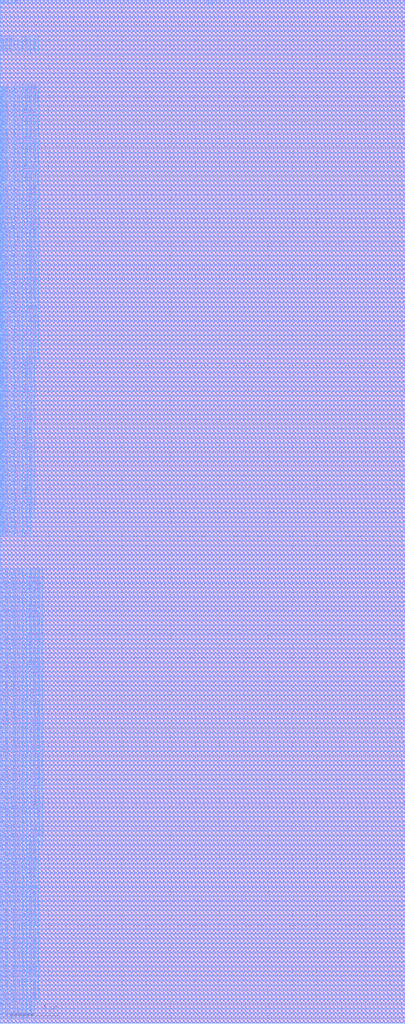
<source format=lef>
# Generated by FakeRAM 2.0
VERSION 5.7 ;
BUSBITCHARS "[]" ;
PROPERTYDEFINITIONS
  MACRO width INTEGER ;
  MACRO depth INTEGER ;
  MACRO banks INTEGER ;
END PROPERTYDEFINITIONS
MACRO fakeram7_256x256_upper
  PROPERTY width 256 ;
  PROPERTY depth 256 ;
  PROPERTY banks 1 ;
  FOREIGN fakeram7_256x256_upper 0 0 ;
  SYMMETRY X Y R90 ;
  SIZE 33.250 BY 84.000 ;
  CLASS BLOCK ;
  PIN rd_out[0]
    DIRECTION OUTPUT ;
    USE SIGNAL ;
    SHAPE ABUTMENT ;
    PORT
      LAYER M4_m ;
      RECT 0.000 0.048 0.024 0.072 ;
    END
  END rd_out[0]
  PIN rd_out[1]
    DIRECTION OUTPUT ;
    USE SIGNAL ;
    SHAPE ABUTMENT ;
    PORT
      LAYER M4_m ;
      RECT 0.000 0.192 0.024 0.216 ;
    END
  END rd_out[1]
  PIN rd_out[2]
    DIRECTION OUTPUT ;
    USE SIGNAL ;
    SHAPE ABUTMENT ;
    PORT
      LAYER M4_m ;
      RECT 0.000 0.336 0.024 0.360 ;
    END
  END rd_out[2]
  PIN rd_out[3]
    DIRECTION OUTPUT ;
    USE SIGNAL ;
    SHAPE ABUTMENT ;
    PORT
      LAYER M4_m ;
      RECT 0.000 0.480 0.024 0.504 ;
    END
  END rd_out[3]
  PIN rd_out[4]
    DIRECTION OUTPUT ;
    USE SIGNAL ;
    SHAPE ABUTMENT ;
    PORT
      LAYER M4_m ;
      RECT 0.000 0.624 0.024 0.648 ;
    END
  END rd_out[4]
  PIN rd_out[5]
    DIRECTION OUTPUT ;
    USE SIGNAL ;
    SHAPE ABUTMENT ;
    PORT
      LAYER M4_m ;
      RECT 0.000 0.768 0.024 0.792 ;
    END
  END rd_out[5]
  PIN rd_out[6]
    DIRECTION OUTPUT ;
    USE SIGNAL ;
    SHAPE ABUTMENT ;
    PORT
      LAYER M4_m ;
      RECT 0.000 0.912 0.024 0.936 ;
    END
  END rd_out[6]
  PIN rd_out[7]
    DIRECTION OUTPUT ;
    USE SIGNAL ;
    SHAPE ABUTMENT ;
    PORT
      LAYER M4_m ;
      RECT 0.000 1.056 0.024 1.080 ;
    END
  END rd_out[7]
  PIN rd_out[8]
    DIRECTION OUTPUT ;
    USE SIGNAL ;
    SHAPE ABUTMENT ;
    PORT
      LAYER M4_m ;
      RECT 0.000 1.200 0.024 1.224 ;
    END
  END rd_out[8]
  PIN rd_out[9]
    DIRECTION OUTPUT ;
    USE SIGNAL ;
    SHAPE ABUTMENT ;
    PORT
      LAYER M4_m ;
      RECT 0.000 1.344 0.024 1.368 ;
    END
  END rd_out[9]
  PIN rd_out[10]
    DIRECTION OUTPUT ;
    USE SIGNAL ;
    SHAPE ABUTMENT ;
    PORT
      LAYER M4_m ;
      RECT 0.000 1.488 0.024 1.512 ;
    END
  END rd_out[10]
  PIN rd_out[11]
    DIRECTION OUTPUT ;
    USE SIGNAL ;
    SHAPE ABUTMENT ;
    PORT
      LAYER M4_m ;
      RECT 0.000 1.632 0.024 1.656 ;
    END
  END rd_out[11]
  PIN rd_out[12]
    DIRECTION OUTPUT ;
    USE SIGNAL ;
    SHAPE ABUTMENT ;
    PORT
      LAYER M4_m ;
      RECT 0.000 1.776 0.024 1.800 ;
    END
  END rd_out[12]
  PIN rd_out[13]
    DIRECTION OUTPUT ;
    USE SIGNAL ;
    SHAPE ABUTMENT ;
    PORT
      LAYER M4_m ;
      RECT 0.000 1.920 0.024 1.944 ;
    END
  END rd_out[13]
  PIN rd_out[14]
    DIRECTION OUTPUT ;
    USE SIGNAL ;
    SHAPE ABUTMENT ;
    PORT
      LAYER M4_m ;
      RECT 0.000 2.064 0.024 2.088 ;
    END
  END rd_out[14]
  PIN rd_out[15]
    DIRECTION OUTPUT ;
    USE SIGNAL ;
    SHAPE ABUTMENT ;
    PORT
      LAYER M4_m ;
      RECT 0.000 2.208 0.024 2.232 ;
    END
  END rd_out[15]
  PIN rd_out[16]
    DIRECTION OUTPUT ;
    USE SIGNAL ;
    SHAPE ABUTMENT ;
    PORT
      LAYER M4_m ;
      RECT 0.000 2.352 0.024 2.376 ;
    END
  END rd_out[16]
  PIN rd_out[17]
    DIRECTION OUTPUT ;
    USE SIGNAL ;
    SHAPE ABUTMENT ;
    PORT
      LAYER M4_m ;
      RECT 0.000 2.496 0.024 2.520 ;
    END
  END rd_out[17]
  PIN rd_out[18]
    DIRECTION OUTPUT ;
    USE SIGNAL ;
    SHAPE ABUTMENT ;
    PORT
      LAYER M4_m ;
      RECT 0.000 2.640 0.024 2.664 ;
    END
  END rd_out[18]
  PIN rd_out[19]
    DIRECTION OUTPUT ;
    USE SIGNAL ;
    SHAPE ABUTMENT ;
    PORT
      LAYER M4_m ;
      RECT 0.000 2.784 0.024 2.808 ;
    END
  END rd_out[19]
  PIN rd_out[20]
    DIRECTION OUTPUT ;
    USE SIGNAL ;
    SHAPE ABUTMENT ;
    PORT
      LAYER M4_m ;
      RECT 0.000 2.928 0.024 2.952 ;
    END
  END rd_out[20]
  PIN rd_out[21]
    DIRECTION OUTPUT ;
    USE SIGNAL ;
    SHAPE ABUTMENT ;
    PORT
      LAYER M4_m ;
      RECT 0.000 3.072 0.024 3.096 ;
    END
  END rd_out[21]
  PIN rd_out[22]
    DIRECTION OUTPUT ;
    USE SIGNAL ;
    SHAPE ABUTMENT ;
    PORT
      LAYER M4_m ;
      RECT 0.000 3.216 0.024 3.240 ;
    END
  END rd_out[22]
  PIN rd_out[23]
    DIRECTION OUTPUT ;
    USE SIGNAL ;
    SHAPE ABUTMENT ;
    PORT
      LAYER M4_m ;
      RECT 0.000 3.360 0.024 3.384 ;
    END
  END rd_out[23]
  PIN rd_out[24]
    DIRECTION OUTPUT ;
    USE SIGNAL ;
    SHAPE ABUTMENT ;
    PORT
      LAYER M4_m ;
      RECT 0.000 3.504 0.024 3.528 ;
    END
  END rd_out[24]
  PIN rd_out[25]
    DIRECTION OUTPUT ;
    USE SIGNAL ;
    SHAPE ABUTMENT ;
    PORT
      LAYER M4_m ;
      RECT 0.000 3.648 0.024 3.672 ;
    END
  END rd_out[25]
  PIN rd_out[26]
    DIRECTION OUTPUT ;
    USE SIGNAL ;
    SHAPE ABUTMENT ;
    PORT
      LAYER M4_m ;
      RECT 0.000 3.792 0.024 3.816 ;
    END
  END rd_out[26]
  PIN rd_out[27]
    DIRECTION OUTPUT ;
    USE SIGNAL ;
    SHAPE ABUTMENT ;
    PORT
      LAYER M4_m ;
      RECT 0.000 3.936 0.024 3.960 ;
    END
  END rd_out[27]
  PIN rd_out[28]
    DIRECTION OUTPUT ;
    USE SIGNAL ;
    SHAPE ABUTMENT ;
    PORT
      LAYER M4_m ;
      RECT 0.000 4.080 0.024 4.104 ;
    END
  END rd_out[28]
  PIN rd_out[29]
    DIRECTION OUTPUT ;
    USE SIGNAL ;
    SHAPE ABUTMENT ;
    PORT
      LAYER M4_m ;
      RECT 0.000 4.224 0.024 4.248 ;
    END
  END rd_out[29]
  PIN rd_out[30]
    DIRECTION OUTPUT ;
    USE SIGNAL ;
    SHAPE ABUTMENT ;
    PORT
      LAYER M4_m ;
      RECT 0.000 4.368 0.024 4.392 ;
    END
  END rd_out[30]
  PIN rd_out[31]
    DIRECTION OUTPUT ;
    USE SIGNAL ;
    SHAPE ABUTMENT ;
    PORT
      LAYER M4_m ;
      RECT 0.000 4.512 0.024 4.536 ;
    END
  END rd_out[31]
  PIN rd_out[32]
    DIRECTION OUTPUT ;
    USE SIGNAL ;
    SHAPE ABUTMENT ;
    PORT
      LAYER M4_m ;
      RECT 0.000 4.656 0.024 4.680 ;
    END
  END rd_out[32]
  PIN rd_out[33]
    DIRECTION OUTPUT ;
    USE SIGNAL ;
    SHAPE ABUTMENT ;
    PORT
      LAYER M4_m ;
      RECT 0.000 4.800 0.024 4.824 ;
    END
  END rd_out[33]
  PIN rd_out[34]
    DIRECTION OUTPUT ;
    USE SIGNAL ;
    SHAPE ABUTMENT ;
    PORT
      LAYER M4_m ;
      RECT 0.000 4.944 0.024 4.968 ;
    END
  END rd_out[34]
  PIN rd_out[35]
    DIRECTION OUTPUT ;
    USE SIGNAL ;
    SHAPE ABUTMENT ;
    PORT
      LAYER M4_m ;
      RECT 0.000 5.088 0.024 5.112 ;
    END
  END rd_out[35]
  PIN rd_out[36]
    DIRECTION OUTPUT ;
    USE SIGNAL ;
    SHAPE ABUTMENT ;
    PORT
      LAYER M4_m ;
      RECT 0.000 5.232 0.024 5.256 ;
    END
  END rd_out[36]
  PIN rd_out[37]
    DIRECTION OUTPUT ;
    USE SIGNAL ;
    SHAPE ABUTMENT ;
    PORT
      LAYER M4_m ;
      RECT 0.000 5.376 0.024 5.400 ;
    END
  END rd_out[37]
  PIN rd_out[38]
    DIRECTION OUTPUT ;
    USE SIGNAL ;
    SHAPE ABUTMENT ;
    PORT
      LAYER M4_m ;
      RECT 0.000 5.520 0.024 5.544 ;
    END
  END rd_out[38]
  PIN rd_out[39]
    DIRECTION OUTPUT ;
    USE SIGNAL ;
    SHAPE ABUTMENT ;
    PORT
      LAYER M4_m ;
      RECT 0.000 5.664 0.024 5.688 ;
    END
  END rd_out[39]
  PIN rd_out[40]
    DIRECTION OUTPUT ;
    USE SIGNAL ;
    SHAPE ABUTMENT ;
    PORT
      LAYER M4_m ;
      RECT 0.000 5.808 0.024 5.832 ;
    END
  END rd_out[40]
  PIN rd_out[41]
    DIRECTION OUTPUT ;
    USE SIGNAL ;
    SHAPE ABUTMENT ;
    PORT
      LAYER M4_m ;
      RECT 0.000 5.952 0.024 5.976 ;
    END
  END rd_out[41]
  PIN rd_out[42]
    DIRECTION OUTPUT ;
    USE SIGNAL ;
    SHAPE ABUTMENT ;
    PORT
      LAYER M4_m ;
      RECT 0.000 6.096 0.024 6.120 ;
    END
  END rd_out[42]
  PIN rd_out[43]
    DIRECTION OUTPUT ;
    USE SIGNAL ;
    SHAPE ABUTMENT ;
    PORT
      LAYER M4_m ;
      RECT 0.000 6.240 0.024 6.264 ;
    END
  END rd_out[43]
  PIN rd_out[44]
    DIRECTION OUTPUT ;
    USE SIGNAL ;
    SHAPE ABUTMENT ;
    PORT
      LAYER M4_m ;
      RECT 0.000 6.384 0.024 6.408 ;
    END
  END rd_out[44]
  PIN rd_out[45]
    DIRECTION OUTPUT ;
    USE SIGNAL ;
    SHAPE ABUTMENT ;
    PORT
      LAYER M4_m ;
      RECT 0.000 6.528 0.024 6.552 ;
    END
  END rd_out[45]
  PIN rd_out[46]
    DIRECTION OUTPUT ;
    USE SIGNAL ;
    SHAPE ABUTMENT ;
    PORT
      LAYER M4_m ;
      RECT 0.000 6.672 0.024 6.696 ;
    END
  END rd_out[46]
  PIN rd_out[47]
    DIRECTION OUTPUT ;
    USE SIGNAL ;
    SHAPE ABUTMENT ;
    PORT
      LAYER M4_m ;
      RECT 0.000 6.816 0.024 6.840 ;
    END
  END rd_out[47]
  PIN rd_out[48]
    DIRECTION OUTPUT ;
    USE SIGNAL ;
    SHAPE ABUTMENT ;
    PORT
      LAYER M4_m ;
      RECT 0.000 6.960 0.024 6.984 ;
    END
  END rd_out[48]
  PIN rd_out[49]
    DIRECTION OUTPUT ;
    USE SIGNAL ;
    SHAPE ABUTMENT ;
    PORT
      LAYER M4_m ;
      RECT 0.000 7.104 0.024 7.128 ;
    END
  END rd_out[49]
  PIN rd_out[50]
    DIRECTION OUTPUT ;
    USE SIGNAL ;
    SHAPE ABUTMENT ;
    PORT
      LAYER M4_m ;
      RECT 0.000 7.248 0.024 7.272 ;
    END
  END rd_out[50]
  PIN rd_out[51]
    DIRECTION OUTPUT ;
    USE SIGNAL ;
    SHAPE ABUTMENT ;
    PORT
      LAYER M4_m ;
      RECT 0.000 7.392 0.024 7.416 ;
    END
  END rd_out[51]
  PIN rd_out[52]
    DIRECTION OUTPUT ;
    USE SIGNAL ;
    SHAPE ABUTMENT ;
    PORT
      LAYER M4_m ;
      RECT 0.000 7.536 0.024 7.560 ;
    END
  END rd_out[52]
  PIN rd_out[53]
    DIRECTION OUTPUT ;
    USE SIGNAL ;
    SHAPE ABUTMENT ;
    PORT
      LAYER M4_m ;
      RECT 0.000 7.680 0.024 7.704 ;
    END
  END rd_out[53]
  PIN rd_out[54]
    DIRECTION OUTPUT ;
    USE SIGNAL ;
    SHAPE ABUTMENT ;
    PORT
      LAYER M4_m ;
      RECT 0.000 7.824 0.024 7.848 ;
    END
  END rd_out[54]
  PIN rd_out[55]
    DIRECTION OUTPUT ;
    USE SIGNAL ;
    SHAPE ABUTMENT ;
    PORT
      LAYER M4_m ;
      RECT 0.000 7.968 0.024 7.992 ;
    END
  END rd_out[55]
  PIN rd_out[56]
    DIRECTION OUTPUT ;
    USE SIGNAL ;
    SHAPE ABUTMENT ;
    PORT
      LAYER M4_m ;
      RECT 0.000 8.112 0.024 8.136 ;
    END
  END rd_out[56]
  PIN rd_out[57]
    DIRECTION OUTPUT ;
    USE SIGNAL ;
    SHAPE ABUTMENT ;
    PORT
      LAYER M4_m ;
      RECT 0.000 8.256 0.024 8.280 ;
    END
  END rd_out[57]
  PIN rd_out[58]
    DIRECTION OUTPUT ;
    USE SIGNAL ;
    SHAPE ABUTMENT ;
    PORT
      LAYER M4_m ;
      RECT 0.000 8.400 0.024 8.424 ;
    END
  END rd_out[58]
  PIN rd_out[59]
    DIRECTION OUTPUT ;
    USE SIGNAL ;
    SHAPE ABUTMENT ;
    PORT
      LAYER M4_m ;
      RECT 0.000 8.544 0.024 8.568 ;
    END
  END rd_out[59]
  PIN rd_out[60]
    DIRECTION OUTPUT ;
    USE SIGNAL ;
    SHAPE ABUTMENT ;
    PORT
      LAYER M4_m ;
      RECT 0.000 8.688 0.024 8.712 ;
    END
  END rd_out[60]
  PIN rd_out[61]
    DIRECTION OUTPUT ;
    USE SIGNAL ;
    SHAPE ABUTMENT ;
    PORT
      LAYER M4_m ;
      RECT 0.000 8.832 0.024 8.856 ;
    END
  END rd_out[61]
  PIN rd_out[62]
    DIRECTION OUTPUT ;
    USE SIGNAL ;
    SHAPE ABUTMENT ;
    PORT
      LAYER M4_m ;
      RECT 0.000 8.976 0.024 9.000 ;
    END
  END rd_out[62]
  PIN rd_out[63]
    DIRECTION OUTPUT ;
    USE SIGNAL ;
    SHAPE ABUTMENT ;
    PORT
      LAYER M4_m ;
      RECT 0.000 9.120 0.024 9.144 ;
    END
  END rd_out[63]
  PIN rd_out[64]
    DIRECTION OUTPUT ;
    USE SIGNAL ;
    SHAPE ABUTMENT ;
    PORT
      LAYER M4_m ;
      RECT 0.000 9.264 0.024 9.288 ;
    END
  END rd_out[64]
  PIN rd_out[65]
    DIRECTION OUTPUT ;
    USE SIGNAL ;
    SHAPE ABUTMENT ;
    PORT
      LAYER M4_m ;
      RECT 0.000 9.408 0.024 9.432 ;
    END
  END rd_out[65]
  PIN rd_out[66]
    DIRECTION OUTPUT ;
    USE SIGNAL ;
    SHAPE ABUTMENT ;
    PORT
      LAYER M4_m ;
      RECT 0.000 9.552 0.024 9.576 ;
    END
  END rd_out[66]
  PIN rd_out[67]
    DIRECTION OUTPUT ;
    USE SIGNAL ;
    SHAPE ABUTMENT ;
    PORT
      LAYER M4_m ;
      RECT 0.000 9.696 0.024 9.720 ;
    END
  END rd_out[67]
  PIN rd_out[68]
    DIRECTION OUTPUT ;
    USE SIGNAL ;
    SHAPE ABUTMENT ;
    PORT
      LAYER M4_m ;
      RECT 0.000 9.840 0.024 9.864 ;
    END
  END rd_out[68]
  PIN rd_out[69]
    DIRECTION OUTPUT ;
    USE SIGNAL ;
    SHAPE ABUTMENT ;
    PORT
      LAYER M4_m ;
      RECT 0.000 9.984 0.024 10.008 ;
    END
  END rd_out[69]
  PIN rd_out[70]
    DIRECTION OUTPUT ;
    USE SIGNAL ;
    SHAPE ABUTMENT ;
    PORT
      LAYER M4_m ;
      RECT 0.000 10.128 0.024 10.152 ;
    END
  END rd_out[70]
  PIN rd_out[71]
    DIRECTION OUTPUT ;
    USE SIGNAL ;
    SHAPE ABUTMENT ;
    PORT
      LAYER M4_m ;
      RECT 0.000 10.272 0.024 10.296 ;
    END
  END rd_out[71]
  PIN rd_out[72]
    DIRECTION OUTPUT ;
    USE SIGNAL ;
    SHAPE ABUTMENT ;
    PORT
      LAYER M4_m ;
      RECT 0.000 10.416 0.024 10.440 ;
    END
  END rd_out[72]
  PIN rd_out[73]
    DIRECTION OUTPUT ;
    USE SIGNAL ;
    SHAPE ABUTMENT ;
    PORT
      LAYER M4_m ;
      RECT 0.000 10.560 0.024 10.584 ;
    END
  END rd_out[73]
  PIN rd_out[74]
    DIRECTION OUTPUT ;
    USE SIGNAL ;
    SHAPE ABUTMENT ;
    PORT
      LAYER M4_m ;
      RECT 0.000 10.704 0.024 10.728 ;
    END
  END rd_out[74]
  PIN rd_out[75]
    DIRECTION OUTPUT ;
    USE SIGNAL ;
    SHAPE ABUTMENT ;
    PORT
      LAYER M4_m ;
      RECT 0.000 10.848 0.024 10.872 ;
    END
  END rd_out[75]
  PIN rd_out[76]
    DIRECTION OUTPUT ;
    USE SIGNAL ;
    SHAPE ABUTMENT ;
    PORT
      LAYER M4_m ;
      RECT 0.000 10.992 0.024 11.016 ;
    END
  END rd_out[76]
  PIN rd_out[77]
    DIRECTION OUTPUT ;
    USE SIGNAL ;
    SHAPE ABUTMENT ;
    PORT
      LAYER M4_m ;
      RECT 0.000 11.136 0.024 11.160 ;
    END
  END rd_out[77]
  PIN rd_out[78]
    DIRECTION OUTPUT ;
    USE SIGNAL ;
    SHAPE ABUTMENT ;
    PORT
      LAYER M4_m ;
      RECT 0.000 11.280 0.024 11.304 ;
    END
  END rd_out[78]
  PIN rd_out[79]
    DIRECTION OUTPUT ;
    USE SIGNAL ;
    SHAPE ABUTMENT ;
    PORT
      LAYER M4_m ;
      RECT 0.000 11.424 0.024 11.448 ;
    END
  END rd_out[79]
  PIN rd_out[80]
    DIRECTION OUTPUT ;
    USE SIGNAL ;
    SHAPE ABUTMENT ;
    PORT
      LAYER M4_m ;
      RECT 0.000 11.568 0.024 11.592 ;
    END
  END rd_out[80]
  PIN rd_out[81]
    DIRECTION OUTPUT ;
    USE SIGNAL ;
    SHAPE ABUTMENT ;
    PORT
      LAYER M4_m ;
      RECT 0.000 11.712 0.024 11.736 ;
    END
  END rd_out[81]
  PIN rd_out[82]
    DIRECTION OUTPUT ;
    USE SIGNAL ;
    SHAPE ABUTMENT ;
    PORT
      LAYER M4_m ;
      RECT 0.000 11.856 0.024 11.880 ;
    END
  END rd_out[82]
  PIN rd_out[83]
    DIRECTION OUTPUT ;
    USE SIGNAL ;
    SHAPE ABUTMENT ;
    PORT
      LAYER M4_m ;
      RECT 0.000 12.000 0.024 12.024 ;
    END
  END rd_out[83]
  PIN rd_out[84]
    DIRECTION OUTPUT ;
    USE SIGNAL ;
    SHAPE ABUTMENT ;
    PORT
      LAYER M4_m ;
      RECT 0.000 12.144 0.024 12.168 ;
    END
  END rd_out[84]
  PIN rd_out[85]
    DIRECTION OUTPUT ;
    USE SIGNAL ;
    SHAPE ABUTMENT ;
    PORT
      LAYER M4_m ;
      RECT 0.000 12.288 0.024 12.312 ;
    END
  END rd_out[85]
  PIN rd_out[86]
    DIRECTION OUTPUT ;
    USE SIGNAL ;
    SHAPE ABUTMENT ;
    PORT
      LAYER M4_m ;
      RECT 0.000 12.432 0.024 12.456 ;
    END
  END rd_out[86]
  PIN rd_out[87]
    DIRECTION OUTPUT ;
    USE SIGNAL ;
    SHAPE ABUTMENT ;
    PORT
      LAYER M4_m ;
      RECT 0.000 12.576 0.024 12.600 ;
    END
  END rd_out[87]
  PIN rd_out[88]
    DIRECTION OUTPUT ;
    USE SIGNAL ;
    SHAPE ABUTMENT ;
    PORT
      LAYER M4_m ;
      RECT 0.000 12.720 0.024 12.744 ;
    END
  END rd_out[88]
  PIN rd_out[89]
    DIRECTION OUTPUT ;
    USE SIGNAL ;
    SHAPE ABUTMENT ;
    PORT
      LAYER M4_m ;
      RECT 0.000 12.864 0.024 12.888 ;
    END
  END rd_out[89]
  PIN rd_out[90]
    DIRECTION OUTPUT ;
    USE SIGNAL ;
    SHAPE ABUTMENT ;
    PORT
      LAYER M4_m ;
      RECT 0.000 13.008 0.024 13.032 ;
    END
  END rd_out[90]
  PIN rd_out[91]
    DIRECTION OUTPUT ;
    USE SIGNAL ;
    SHAPE ABUTMENT ;
    PORT
      LAYER M4_m ;
      RECT 0.000 13.152 0.024 13.176 ;
    END
  END rd_out[91]
  PIN rd_out[92]
    DIRECTION OUTPUT ;
    USE SIGNAL ;
    SHAPE ABUTMENT ;
    PORT
      LAYER M4_m ;
      RECT 0.000 13.296 0.024 13.320 ;
    END
  END rd_out[92]
  PIN rd_out[93]
    DIRECTION OUTPUT ;
    USE SIGNAL ;
    SHAPE ABUTMENT ;
    PORT
      LAYER M4_m ;
      RECT 0.000 13.440 0.024 13.464 ;
    END
  END rd_out[93]
  PIN rd_out[94]
    DIRECTION OUTPUT ;
    USE SIGNAL ;
    SHAPE ABUTMENT ;
    PORT
      LAYER M4_m ;
      RECT 0.000 13.584 0.024 13.608 ;
    END
  END rd_out[94]
  PIN rd_out[95]
    DIRECTION OUTPUT ;
    USE SIGNAL ;
    SHAPE ABUTMENT ;
    PORT
      LAYER M4_m ;
      RECT 0.000 13.728 0.024 13.752 ;
    END
  END rd_out[95]
  PIN rd_out[96]
    DIRECTION OUTPUT ;
    USE SIGNAL ;
    SHAPE ABUTMENT ;
    PORT
      LAYER M4_m ;
      RECT 0.000 13.872 0.024 13.896 ;
    END
  END rd_out[96]
  PIN rd_out[97]
    DIRECTION OUTPUT ;
    USE SIGNAL ;
    SHAPE ABUTMENT ;
    PORT
      LAYER M4_m ;
      RECT 0.000 14.016 0.024 14.040 ;
    END
  END rd_out[97]
  PIN rd_out[98]
    DIRECTION OUTPUT ;
    USE SIGNAL ;
    SHAPE ABUTMENT ;
    PORT
      LAYER M4_m ;
      RECT 0.000 14.160 0.024 14.184 ;
    END
  END rd_out[98]
  PIN rd_out[99]
    DIRECTION OUTPUT ;
    USE SIGNAL ;
    SHAPE ABUTMENT ;
    PORT
      LAYER M4_m ;
      RECT 0.000 14.304 0.024 14.328 ;
    END
  END rd_out[99]
  PIN rd_out[100]
    DIRECTION OUTPUT ;
    USE SIGNAL ;
    SHAPE ABUTMENT ;
    PORT
      LAYER M4_m ;
      RECT 0.000 14.448 0.024 14.472 ;
    END
  END rd_out[100]
  PIN rd_out[101]
    DIRECTION OUTPUT ;
    USE SIGNAL ;
    SHAPE ABUTMENT ;
    PORT
      LAYER M4_m ;
      RECT 0.000 14.592 0.024 14.616 ;
    END
  END rd_out[101]
  PIN rd_out[102]
    DIRECTION OUTPUT ;
    USE SIGNAL ;
    SHAPE ABUTMENT ;
    PORT
      LAYER M4_m ;
      RECT 0.000 14.736 0.024 14.760 ;
    END
  END rd_out[102]
  PIN rd_out[103]
    DIRECTION OUTPUT ;
    USE SIGNAL ;
    SHAPE ABUTMENT ;
    PORT
      LAYER M4_m ;
      RECT 0.000 14.880 0.024 14.904 ;
    END
  END rd_out[103]
  PIN rd_out[104]
    DIRECTION OUTPUT ;
    USE SIGNAL ;
    SHAPE ABUTMENT ;
    PORT
      LAYER M4_m ;
      RECT 0.000 15.024 0.024 15.048 ;
    END
  END rd_out[104]
  PIN rd_out[105]
    DIRECTION OUTPUT ;
    USE SIGNAL ;
    SHAPE ABUTMENT ;
    PORT
      LAYER M4_m ;
      RECT 0.000 15.168 0.024 15.192 ;
    END
  END rd_out[105]
  PIN rd_out[106]
    DIRECTION OUTPUT ;
    USE SIGNAL ;
    SHAPE ABUTMENT ;
    PORT
      LAYER M4_m ;
      RECT 0.000 15.312 0.024 15.336 ;
    END
  END rd_out[106]
  PIN rd_out[107]
    DIRECTION OUTPUT ;
    USE SIGNAL ;
    SHAPE ABUTMENT ;
    PORT
      LAYER M4_m ;
      RECT 0.000 15.456 0.024 15.480 ;
    END
  END rd_out[107]
  PIN rd_out[108]
    DIRECTION OUTPUT ;
    USE SIGNAL ;
    SHAPE ABUTMENT ;
    PORT
      LAYER M4_m ;
      RECT 0.000 15.600 0.024 15.624 ;
    END
  END rd_out[108]
  PIN rd_out[109]
    DIRECTION OUTPUT ;
    USE SIGNAL ;
    SHAPE ABUTMENT ;
    PORT
      LAYER M4_m ;
      RECT 0.000 15.744 0.024 15.768 ;
    END
  END rd_out[109]
  PIN rd_out[110]
    DIRECTION OUTPUT ;
    USE SIGNAL ;
    SHAPE ABUTMENT ;
    PORT
      LAYER M4_m ;
      RECT 0.000 15.888 0.024 15.912 ;
    END
  END rd_out[110]
  PIN rd_out[111]
    DIRECTION OUTPUT ;
    USE SIGNAL ;
    SHAPE ABUTMENT ;
    PORT
      LAYER M4_m ;
      RECT 0.000 16.032 0.024 16.056 ;
    END
  END rd_out[111]
  PIN rd_out[112]
    DIRECTION OUTPUT ;
    USE SIGNAL ;
    SHAPE ABUTMENT ;
    PORT
      LAYER M4_m ;
      RECT 0.000 16.176 0.024 16.200 ;
    END
  END rd_out[112]
  PIN rd_out[113]
    DIRECTION OUTPUT ;
    USE SIGNAL ;
    SHAPE ABUTMENT ;
    PORT
      LAYER M4_m ;
      RECT 0.000 16.320 0.024 16.344 ;
    END
  END rd_out[113]
  PIN rd_out[114]
    DIRECTION OUTPUT ;
    USE SIGNAL ;
    SHAPE ABUTMENT ;
    PORT
      LAYER M4_m ;
      RECT 0.000 16.464 0.024 16.488 ;
    END
  END rd_out[114]
  PIN rd_out[115]
    DIRECTION OUTPUT ;
    USE SIGNAL ;
    SHAPE ABUTMENT ;
    PORT
      LAYER M4_m ;
      RECT 0.000 16.608 0.024 16.632 ;
    END
  END rd_out[115]
  PIN rd_out[116]
    DIRECTION OUTPUT ;
    USE SIGNAL ;
    SHAPE ABUTMENT ;
    PORT
      LAYER M4_m ;
      RECT 0.000 16.752 0.024 16.776 ;
    END
  END rd_out[116]
  PIN rd_out[117]
    DIRECTION OUTPUT ;
    USE SIGNAL ;
    SHAPE ABUTMENT ;
    PORT
      LAYER M4_m ;
      RECT 0.000 16.896 0.024 16.920 ;
    END
  END rd_out[117]
  PIN rd_out[118]
    DIRECTION OUTPUT ;
    USE SIGNAL ;
    SHAPE ABUTMENT ;
    PORT
      LAYER M4_m ;
      RECT 0.000 17.040 0.024 17.064 ;
    END
  END rd_out[118]
  PIN rd_out[119]
    DIRECTION OUTPUT ;
    USE SIGNAL ;
    SHAPE ABUTMENT ;
    PORT
      LAYER M4_m ;
      RECT 0.000 17.184 0.024 17.208 ;
    END
  END rd_out[119]
  PIN rd_out[120]
    DIRECTION OUTPUT ;
    USE SIGNAL ;
    SHAPE ABUTMENT ;
    PORT
      LAYER M4_m ;
      RECT 0.000 17.328 0.024 17.352 ;
    END
  END rd_out[120]
  PIN rd_out[121]
    DIRECTION OUTPUT ;
    USE SIGNAL ;
    SHAPE ABUTMENT ;
    PORT
      LAYER M4_m ;
      RECT 0.000 17.472 0.024 17.496 ;
    END
  END rd_out[121]
  PIN rd_out[122]
    DIRECTION OUTPUT ;
    USE SIGNAL ;
    SHAPE ABUTMENT ;
    PORT
      LAYER M4_m ;
      RECT 0.000 17.616 0.024 17.640 ;
    END
  END rd_out[122]
  PIN rd_out[123]
    DIRECTION OUTPUT ;
    USE SIGNAL ;
    SHAPE ABUTMENT ;
    PORT
      LAYER M4_m ;
      RECT 0.000 17.760 0.024 17.784 ;
    END
  END rd_out[123]
  PIN rd_out[124]
    DIRECTION OUTPUT ;
    USE SIGNAL ;
    SHAPE ABUTMENT ;
    PORT
      LAYER M4_m ;
      RECT 0.000 17.904 0.024 17.928 ;
    END
  END rd_out[124]
  PIN rd_out[125]
    DIRECTION OUTPUT ;
    USE SIGNAL ;
    SHAPE ABUTMENT ;
    PORT
      LAYER M4_m ;
      RECT 0.000 18.048 0.024 18.072 ;
    END
  END rd_out[125]
  PIN rd_out[126]
    DIRECTION OUTPUT ;
    USE SIGNAL ;
    SHAPE ABUTMENT ;
    PORT
      LAYER M4_m ;
      RECT 0.000 18.192 0.024 18.216 ;
    END
  END rd_out[126]
  PIN rd_out[127]
    DIRECTION OUTPUT ;
    USE SIGNAL ;
    SHAPE ABUTMENT ;
    PORT
      LAYER M4_m ;
      RECT 0.000 18.336 0.024 18.360 ;
    END
  END rd_out[127]
  PIN rd_out[128]
    DIRECTION OUTPUT ;
    USE SIGNAL ;
    SHAPE ABUTMENT ;
    PORT
      LAYER M4_m ;
      RECT 0.000 18.480 0.024 18.504 ;
    END
  END rd_out[128]
  PIN rd_out[129]
    DIRECTION OUTPUT ;
    USE SIGNAL ;
    SHAPE ABUTMENT ;
    PORT
      LAYER M4_m ;
      RECT 0.000 18.624 0.024 18.648 ;
    END
  END rd_out[129]
  PIN rd_out[130]
    DIRECTION OUTPUT ;
    USE SIGNAL ;
    SHAPE ABUTMENT ;
    PORT
      LAYER M4_m ;
      RECT 0.000 18.768 0.024 18.792 ;
    END
  END rd_out[130]
  PIN rd_out[131]
    DIRECTION OUTPUT ;
    USE SIGNAL ;
    SHAPE ABUTMENT ;
    PORT
      LAYER M4_m ;
      RECT 0.000 18.912 0.024 18.936 ;
    END
  END rd_out[131]
  PIN rd_out[132]
    DIRECTION OUTPUT ;
    USE SIGNAL ;
    SHAPE ABUTMENT ;
    PORT
      LAYER M4_m ;
      RECT 0.000 19.056 0.024 19.080 ;
    END
  END rd_out[132]
  PIN rd_out[133]
    DIRECTION OUTPUT ;
    USE SIGNAL ;
    SHAPE ABUTMENT ;
    PORT
      LAYER M4_m ;
      RECT 0.000 19.200 0.024 19.224 ;
    END
  END rd_out[133]
  PIN rd_out[134]
    DIRECTION OUTPUT ;
    USE SIGNAL ;
    SHAPE ABUTMENT ;
    PORT
      LAYER M4_m ;
      RECT 0.000 19.344 0.024 19.368 ;
    END
  END rd_out[134]
  PIN rd_out[135]
    DIRECTION OUTPUT ;
    USE SIGNAL ;
    SHAPE ABUTMENT ;
    PORT
      LAYER M4_m ;
      RECT 0.000 19.488 0.024 19.512 ;
    END
  END rd_out[135]
  PIN rd_out[136]
    DIRECTION OUTPUT ;
    USE SIGNAL ;
    SHAPE ABUTMENT ;
    PORT
      LAYER M4_m ;
      RECT 0.000 19.632 0.024 19.656 ;
    END
  END rd_out[136]
  PIN rd_out[137]
    DIRECTION OUTPUT ;
    USE SIGNAL ;
    SHAPE ABUTMENT ;
    PORT
      LAYER M4_m ;
      RECT 0.000 19.776 0.024 19.800 ;
    END
  END rd_out[137]
  PIN rd_out[138]
    DIRECTION OUTPUT ;
    USE SIGNAL ;
    SHAPE ABUTMENT ;
    PORT
      LAYER M4_m ;
      RECT 0.000 19.920 0.024 19.944 ;
    END
  END rd_out[138]
  PIN rd_out[139]
    DIRECTION OUTPUT ;
    USE SIGNAL ;
    SHAPE ABUTMENT ;
    PORT
      LAYER M4_m ;
      RECT 0.000 20.064 0.024 20.088 ;
    END
  END rd_out[139]
  PIN rd_out[140]
    DIRECTION OUTPUT ;
    USE SIGNAL ;
    SHAPE ABUTMENT ;
    PORT
      LAYER M4_m ;
      RECT 0.000 20.208 0.024 20.232 ;
    END
  END rd_out[140]
  PIN rd_out[141]
    DIRECTION OUTPUT ;
    USE SIGNAL ;
    SHAPE ABUTMENT ;
    PORT
      LAYER M4_m ;
      RECT 0.000 20.352 0.024 20.376 ;
    END
  END rd_out[141]
  PIN rd_out[142]
    DIRECTION OUTPUT ;
    USE SIGNAL ;
    SHAPE ABUTMENT ;
    PORT
      LAYER M4_m ;
      RECT 0.000 20.496 0.024 20.520 ;
    END
  END rd_out[142]
  PIN rd_out[143]
    DIRECTION OUTPUT ;
    USE SIGNAL ;
    SHAPE ABUTMENT ;
    PORT
      LAYER M4_m ;
      RECT 0.000 20.640 0.024 20.664 ;
    END
  END rd_out[143]
  PIN rd_out[144]
    DIRECTION OUTPUT ;
    USE SIGNAL ;
    SHAPE ABUTMENT ;
    PORT
      LAYER M4_m ;
      RECT 0.000 20.784 0.024 20.808 ;
    END
  END rd_out[144]
  PIN rd_out[145]
    DIRECTION OUTPUT ;
    USE SIGNAL ;
    SHAPE ABUTMENT ;
    PORT
      LAYER M4_m ;
      RECT 0.000 20.928 0.024 20.952 ;
    END
  END rd_out[145]
  PIN rd_out[146]
    DIRECTION OUTPUT ;
    USE SIGNAL ;
    SHAPE ABUTMENT ;
    PORT
      LAYER M4_m ;
      RECT 0.000 21.072 0.024 21.096 ;
    END
  END rd_out[146]
  PIN rd_out[147]
    DIRECTION OUTPUT ;
    USE SIGNAL ;
    SHAPE ABUTMENT ;
    PORT
      LAYER M4_m ;
      RECT 0.000 21.216 0.024 21.240 ;
    END
  END rd_out[147]
  PIN rd_out[148]
    DIRECTION OUTPUT ;
    USE SIGNAL ;
    SHAPE ABUTMENT ;
    PORT
      LAYER M4_m ;
      RECT 0.000 21.360 0.024 21.384 ;
    END
  END rd_out[148]
  PIN rd_out[149]
    DIRECTION OUTPUT ;
    USE SIGNAL ;
    SHAPE ABUTMENT ;
    PORT
      LAYER M4_m ;
      RECT 0.000 21.504 0.024 21.528 ;
    END
  END rd_out[149]
  PIN rd_out[150]
    DIRECTION OUTPUT ;
    USE SIGNAL ;
    SHAPE ABUTMENT ;
    PORT
      LAYER M4_m ;
      RECT 0.000 21.648 0.024 21.672 ;
    END
  END rd_out[150]
  PIN rd_out[151]
    DIRECTION OUTPUT ;
    USE SIGNAL ;
    SHAPE ABUTMENT ;
    PORT
      LAYER M4_m ;
      RECT 0.000 21.792 0.024 21.816 ;
    END
  END rd_out[151]
  PIN rd_out[152]
    DIRECTION OUTPUT ;
    USE SIGNAL ;
    SHAPE ABUTMENT ;
    PORT
      LAYER M4_m ;
      RECT 0.000 21.936 0.024 21.960 ;
    END
  END rd_out[152]
  PIN rd_out[153]
    DIRECTION OUTPUT ;
    USE SIGNAL ;
    SHAPE ABUTMENT ;
    PORT
      LAYER M4_m ;
      RECT 0.000 22.080 0.024 22.104 ;
    END
  END rd_out[153]
  PIN rd_out[154]
    DIRECTION OUTPUT ;
    USE SIGNAL ;
    SHAPE ABUTMENT ;
    PORT
      LAYER M4_m ;
      RECT 0.000 22.224 0.024 22.248 ;
    END
  END rd_out[154]
  PIN rd_out[155]
    DIRECTION OUTPUT ;
    USE SIGNAL ;
    SHAPE ABUTMENT ;
    PORT
      LAYER M4_m ;
      RECT 0.000 22.368 0.024 22.392 ;
    END
  END rd_out[155]
  PIN rd_out[156]
    DIRECTION OUTPUT ;
    USE SIGNAL ;
    SHAPE ABUTMENT ;
    PORT
      LAYER M4_m ;
      RECT 0.000 22.512 0.024 22.536 ;
    END
  END rd_out[156]
  PIN rd_out[157]
    DIRECTION OUTPUT ;
    USE SIGNAL ;
    SHAPE ABUTMENT ;
    PORT
      LAYER M4_m ;
      RECT 0.000 22.656 0.024 22.680 ;
    END
  END rd_out[157]
  PIN rd_out[158]
    DIRECTION OUTPUT ;
    USE SIGNAL ;
    SHAPE ABUTMENT ;
    PORT
      LAYER M4_m ;
      RECT 0.000 22.800 0.024 22.824 ;
    END
  END rd_out[158]
  PIN rd_out[159]
    DIRECTION OUTPUT ;
    USE SIGNAL ;
    SHAPE ABUTMENT ;
    PORT
      LAYER M4_m ;
      RECT 0.000 22.944 0.024 22.968 ;
    END
  END rd_out[159]
  PIN rd_out[160]
    DIRECTION OUTPUT ;
    USE SIGNAL ;
    SHAPE ABUTMENT ;
    PORT
      LAYER M4_m ;
      RECT 0.000 23.088 0.024 23.112 ;
    END
  END rd_out[160]
  PIN rd_out[161]
    DIRECTION OUTPUT ;
    USE SIGNAL ;
    SHAPE ABUTMENT ;
    PORT
      LAYER M4_m ;
      RECT 0.000 23.232 0.024 23.256 ;
    END
  END rd_out[161]
  PIN rd_out[162]
    DIRECTION OUTPUT ;
    USE SIGNAL ;
    SHAPE ABUTMENT ;
    PORT
      LAYER M4_m ;
      RECT 0.000 23.376 0.024 23.400 ;
    END
  END rd_out[162]
  PIN rd_out[163]
    DIRECTION OUTPUT ;
    USE SIGNAL ;
    SHAPE ABUTMENT ;
    PORT
      LAYER M4_m ;
      RECT 0.000 23.520 0.024 23.544 ;
    END
  END rd_out[163]
  PIN rd_out[164]
    DIRECTION OUTPUT ;
    USE SIGNAL ;
    SHAPE ABUTMENT ;
    PORT
      LAYER M4_m ;
      RECT 0.000 23.664 0.024 23.688 ;
    END
  END rd_out[164]
  PIN rd_out[165]
    DIRECTION OUTPUT ;
    USE SIGNAL ;
    SHAPE ABUTMENT ;
    PORT
      LAYER M4_m ;
      RECT 0.000 23.808 0.024 23.832 ;
    END
  END rd_out[165]
  PIN rd_out[166]
    DIRECTION OUTPUT ;
    USE SIGNAL ;
    SHAPE ABUTMENT ;
    PORT
      LAYER M4_m ;
      RECT 0.000 23.952 0.024 23.976 ;
    END
  END rd_out[166]
  PIN rd_out[167]
    DIRECTION OUTPUT ;
    USE SIGNAL ;
    SHAPE ABUTMENT ;
    PORT
      LAYER M4_m ;
      RECT 0.000 24.096 0.024 24.120 ;
    END
  END rd_out[167]
  PIN rd_out[168]
    DIRECTION OUTPUT ;
    USE SIGNAL ;
    SHAPE ABUTMENT ;
    PORT
      LAYER M4_m ;
      RECT 0.000 24.240 0.024 24.264 ;
    END
  END rd_out[168]
  PIN rd_out[169]
    DIRECTION OUTPUT ;
    USE SIGNAL ;
    SHAPE ABUTMENT ;
    PORT
      LAYER M4_m ;
      RECT 0.000 24.384 0.024 24.408 ;
    END
  END rd_out[169]
  PIN rd_out[170]
    DIRECTION OUTPUT ;
    USE SIGNAL ;
    SHAPE ABUTMENT ;
    PORT
      LAYER M4_m ;
      RECT 0.000 24.528 0.024 24.552 ;
    END
  END rd_out[170]
  PIN rd_out[171]
    DIRECTION OUTPUT ;
    USE SIGNAL ;
    SHAPE ABUTMENT ;
    PORT
      LAYER M4_m ;
      RECT 0.000 24.672 0.024 24.696 ;
    END
  END rd_out[171]
  PIN rd_out[172]
    DIRECTION OUTPUT ;
    USE SIGNAL ;
    SHAPE ABUTMENT ;
    PORT
      LAYER M4_m ;
      RECT 0.000 24.816 0.024 24.840 ;
    END
  END rd_out[172]
  PIN rd_out[173]
    DIRECTION OUTPUT ;
    USE SIGNAL ;
    SHAPE ABUTMENT ;
    PORT
      LAYER M4_m ;
      RECT 0.000 24.960 0.024 24.984 ;
    END
  END rd_out[173]
  PIN rd_out[174]
    DIRECTION OUTPUT ;
    USE SIGNAL ;
    SHAPE ABUTMENT ;
    PORT
      LAYER M4_m ;
      RECT 0.000 25.104 0.024 25.128 ;
    END
  END rd_out[174]
  PIN rd_out[175]
    DIRECTION OUTPUT ;
    USE SIGNAL ;
    SHAPE ABUTMENT ;
    PORT
      LAYER M4_m ;
      RECT 0.000 25.248 0.024 25.272 ;
    END
  END rd_out[175]
  PIN rd_out[176]
    DIRECTION OUTPUT ;
    USE SIGNAL ;
    SHAPE ABUTMENT ;
    PORT
      LAYER M4_m ;
      RECT 0.000 25.392 0.024 25.416 ;
    END
  END rd_out[176]
  PIN rd_out[177]
    DIRECTION OUTPUT ;
    USE SIGNAL ;
    SHAPE ABUTMENT ;
    PORT
      LAYER M4_m ;
      RECT 0.000 25.536 0.024 25.560 ;
    END
  END rd_out[177]
  PIN rd_out[178]
    DIRECTION OUTPUT ;
    USE SIGNAL ;
    SHAPE ABUTMENT ;
    PORT
      LAYER M4_m ;
      RECT 0.000 25.680 0.024 25.704 ;
    END
  END rd_out[178]
  PIN rd_out[179]
    DIRECTION OUTPUT ;
    USE SIGNAL ;
    SHAPE ABUTMENT ;
    PORT
      LAYER M4_m ;
      RECT 0.000 25.824 0.024 25.848 ;
    END
  END rd_out[179]
  PIN rd_out[180]
    DIRECTION OUTPUT ;
    USE SIGNAL ;
    SHAPE ABUTMENT ;
    PORT
      LAYER M4_m ;
      RECT 0.000 25.968 0.024 25.992 ;
    END
  END rd_out[180]
  PIN rd_out[181]
    DIRECTION OUTPUT ;
    USE SIGNAL ;
    SHAPE ABUTMENT ;
    PORT
      LAYER M4_m ;
      RECT 0.000 26.112 0.024 26.136 ;
    END
  END rd_out[181]
  PIN rd_out[182]
    DIRECTION OUTPUT ;
    USE SIGNAL ;
    SHAPE ABUTMENT ;
    PORT
      LAYER M4_m ;
      RECT 0.000 26.256 0.024 26.280 ;
    END
  END rd_out[182]
  PIN rd_out[183]
    DIRECTION OUTPUT ;
    USE SIGNAL ;
    SHAPE ABUTMENT ;
    PORT
      LAYER M4_m ;
      RECT 0.000 26.400 0.024 26.424 ;
    END
  END rd_out[183]
  PIN rd_out[184]
    DIRECTION OUTPUT ;
    USE SIGNAL ;
    SHAPE ABUTMENT ;
    PORT
      LAYER M4_m ;
      RECT 0.000 26.544 0.024 26.568 ;
    END
  END rd_out[184]
  PIN rd_out[185]
    DIRECTION OUTPUT ;
    USE SIGNAL ;
    SHAPE ABUTMENT ;
    PORT
      LAYER M4_m ;
      RECT 0.000 26.688 0.024 26.712 ;
    END
  END rd_out[185]
  PIN rd_out[186]
    DIRECTION OUTPUT ;
    USE SIGNAL ;
    SHAPE ABUTMENT ;
    PORT
      LAYER M4_m ;
      RECT 0.000 26.832 0.024 26.856 ;
    END
  END rd_out[186]
  PIN rd_out[187]
    DIRECTION OUTPUT ;
    USE SIGNAL ;
    SHAPE ABUTMENT ;
    PORT
      LAYER M4_m ;
      RECT 0.000 26.976 0.024 27.000 ;
    END
  END rd_out[187]
  PIN rd_out[188]
    DIRECTION OUTPUT ;
    USE SIGNAL ;
    SHAPE ABUTMENT ;
    PORT
      LAYER M4_m ;
      RECT 0.000 27.120 0.024 27.144 ;
    END
  END rd_out[188]
  PIN rd_out[189]
    DIRECTION OUTPUT ;
    USE SIGNAL ;
    SHAPE ABUTMENT ;
    PORT
      LAYER M4_m ;
      RECT 0.000 27.264 0.024 27.288 ;
    END
  END rd_out[189]
  PIN rd_out[190]
    DIRECTION OUTPUT ;
    USE SIGNAL ;
    SHAPE ABUTMENT ;
    PORT
      LAYER M4_m ;
      RECT 0.000 27.408 0.024 27.432 ;
    END
  END rd_out[190]
  PIN rd_out[191]
    DIRECTION OUTPUT ;
    USE SIGNAL ;
    SHAPE ABUTMENT ;
    PORT
      LAYER M4_m ;
      RECT 0.000 27.552 0.024 27.576 ;
    END
  END rd_out[191]
  PIN rd_out[192]
    DIRECTION OUTPUT ;
    USE SIGNAL ;
    SHAPE ABUTMENT ;
    PORT
      LAYER M4_m ;
      RECT 0.000 27.696 0.024 27.720 ;
    END
  END rd_out[192]
  PIN rd_out[193]
    DIRECTION OUTPUT ;
    USE SIGNAL ;
    SHAPE ABUTMENT ;
    PORT
      LAYER M4_m ;
      RECT 0.000 27.840 0.024 27.864 ;
    END
  END rd_out[193]
  PIN rd_out[194]
    DIRECTION OUTPUT ;
    USE SIGNAL ;
    SHAPE ABUTMENT ;
    PORT
      LAYER M4_m ;
      RECT 0.000 27.984 0.024 28.008 ;
    END
  END rd_out[194]
  PIN rd_out[195]
    DIRECTION OUTPUT ;
    USE SIGNAL ;
    SHAPE ABUTMENT ;
    PORT
      LAYER M4_m ;
      RECT 0.000 28.128 0.024 28.152 ;
    END
  END rd_out[195]
  PIN rd_out[196]
    DIRECTION OUTPUT ;
    USE SIGNAL ;
    SHAPE ABUTMENT ;
    PORT
      LAYER M4_m ;
      RECT 0.000 28.272 0.024 28.296 ;
    END
  END rd_out[196]
  PIN rd_out[197]
    DIRECTION OUTPUT ;
    USE SIGNAL ;
    SHAPE ABUTMENT ;
    PORT
      LAYER M4_m ;
      RECT 0.000 28.416 0.024 28.440 ;
    END
  END rd_out[197]
  PIN rd_out[198]
    DIRECTION OUTPUT ;
    USE SIGNAL ;
    SHAPE ABUTMENT ;
    PORT
      LAYER M4_m ;
      RECT 0.000 28.560 0.024 28.584 ;
    END
  END rd_out[198]
  PIN rd_out[199]
    DIRECTION OUTPUT ;
    USE SIGNAL ;
    SHAPE ABUTMENT ;
    PORT
      LAYER M4_m ;
      RECT 0.000 28.704 0.024 28.728 ;
    END
  END rd_out[199]
  PIN rd_out[200]
    DIRECTION OUTPUT ;
    USE SIGNAL ;
    SHAPE ABUTMENT ;
    PORT
      LAYER M4_m ;
      RECT 0.000 28.848 0.024 28.872 ;
    END
  END rd_out[200]
  PIN rd_out[201]
    DIRECTION OUTPUT ;
    USE SIGNAL ;
    SHAPE ABUTMENT ;
    PORT
      LAYER M4_m ;
      RECT 0.000 28.992 0.024 29.016 ;
    END
  END rd_out[201]
  PIN rd_out[202]
    DIRECTION OUTPUT ;
    USE SIGNAL ;
    SHAPE ABUTMENT ;
    PORT
      LAYER M4_m ;
      RECT 0.000 29.136 0.024 29.160 ;
    END
  END rd_out[202]
  PIN rd_out[203]
    DIRECTION OUTPUT ;
    USE SIGNAL ;
    SHAPE ABUTMENT ;
    PORT
      LAYER M4_m ;
      RECT 0.000 29.280 0.024 29.304 ;
    END
  END rd_out[203]
  PIN rd_out[204]
    DIRECTION OUTPUT ;
    USE SIGNAL ;
    SHAPE ABUTMENT ;
    PORT
      LAYER M4_m ;
      RECT 0.000 29.424 0.024 29.448 ;
    END
  END rd_out[204]
  PIN rd_out[205]
    DIRECTION OUTPUT ;
    USE SIGNAL ;
    SHAPE ABUTMENT ;
    PORT
      LAYER M4_m ;
      RECT 0.000 29.568 0.024 29.592 ;
    END
  END rd_out[205]
  PIN rd_out[206]
    DIRECTION OUTPUT ;
    USE SIGNAL ;
    SHAPE ABUTMENT ;
    PORT
      LAYER M4_m ;
      RECT 0.000 29.712 0.024 29.736 ;
    END
  END rd_out[206]
  PIN rd_out[207]
    DIRECTION OUTPUT ;
    USE SIGNAL ;
    SHAPE ABUTMENT ;
    PORT
      LAYER M4_m ;
      RECT 0.000 29.856 0.024 29.880 ;
    END
  END rd_out[207]
  PIN rd_out[208]
    DIRECTION OUTPUT ;
    USE SIGNAL ;
    SHAPE ABUTMENT ;
    PORT
      LAYER M4_m ;
      RECT 0.000 30.000 0.024 30.024 ;
    END
  END rd_out[208]
  PIN rd_out[209]
    DIRECTION OUTPUT ;
    USE SIGNAL ;
    SHAPE ABUTMENT ;
    PORT
      LAYER M4_m ;
      RECT 0.000 30.144 0.024 30.168 ;
    END
  END rd_out[209]
  PIN rd_out[210]
    DIRECTION OUTPUT ;
    USE SIGNAL ;
    SHAPE ABUTMENT ;
    PORT
      LAYER M4_m ;
      RECT 0.000 30.288 0.024 30.312 ;
    END
  END rd_out[210]
  PIN rd_out[211]
    DIRECTION OUTPUT ;
    USE SIGNAL ;
    SHAPE ABUTMENT ;
    PORT
      LAYER M4_m ;
      RECT 0.000 30.432 0.024 30.456 ;
    END
  END rd_out[211]
  PIN rd_out[212]
    DIRECTION OUTPUT ;
    USE SIGNAL ;
    SHAPE ABUTMENT ;
    PORT
      LAYER M4_m ;
      RECT 0.000 30.576 0.024 30.600 ;
    END
  END rd_out[212]
  PIN rd_out[213]
    DIRECTION OUTPUT ;
    USE SIGNAL ;
    SHAPE ABUTMENT ;
    PORT
      LAYER M4_m ;
      RECT 0.000 30.720 0.024 30.744 ;
    END
  END rd_out[213]
  PIN rd_out[214]
    DIRECTION OUTPUT ;
    USE SIGNAL ;
    SHAPE ABUTMENT ;
    PORT
      LAYER M4_m ;
      RECT 0.000 30.864 0.024 30.888 ;
    END
  END rd_out[214]
  PIN rd_out[215]
    DIRECTION OUTPUT ;
    USE SIGNAL ;
    SHAPE ABUTMENT ;
    PORT
      LAYER M4_m ;
      RECT 0.000 31.008 0.024 31.032 ;
    END
  END rd_out[215]
  PIN rd_out[216]
    DIRECTION OUTPUT ;
    USE SIGNAL ;
    SHAPE ABUTMENT ;
    PORT
      LAYER M4_m ;
      RECT 0.000 31.152 0.024 31.176 ;
    END
  END rd_out[216]
  PIN rd_out[217]
    DIRECTION OUTPUT ;
    USE SIGNAL ;
    SHAPE ABUTMENT ;
    PORT
      LAYER M4_m ;
      RECT 0.000 31.296 0.024 31.320 ;
    END
  END rd_out[217]
  PIN rd_out[218]
    DIRECTION OUTPUT ;
    USE SIGNAL ;
    SHAPE ABUTMENT ;
    PORT
      LAYER M4_m ;
      RECT 0.000 31.440 0.024 31.464 ;
    END
  END rd_out[218]
  PIN rd_out[219]
    DIRECTION OUTPUT ;
    USE SIGNAL ;
    SHAPE ABUTMENT ;
    PORT
      LAYER M4_m ;
      RECT 0.000 31.584 0.024 31.608 ;
    END
  END rd_out[219]
  PIN rd_out[220]
    DIRECTION OUTPUT ;
    USE SIGNAL ;
    SHAPE ABUTMENT ;
    PORT
      LAYER M4_m ;
      RECT 0.000 31.728 0.024 31.752 ;
    END
  END rd_out[220]
  PIN rd_out[221]
    DIRECTION OUTPUT ;
    USE SIGNAL ;
    SHAPE ABUTMENT ;
    PORT
      LAYER M4_m ;
      RECT 0.000 31.872 0.024 31.896 ;
    END
  END rd_out[221]
  PIN rd_out[222]
    DIRECTION OUTPUT ;
    USE SIGNAL ;
    SHAPE ABUTMENT ;
    PORT
      LAYER M4_m ;
      RECT 0.000 32.016 0.024 32.040 ;
    END
  END rd_out[222]
  PIN rd_out[223]
    DIRECTION OUTPUT ;
    USE SIGNAL ;
    SHAPE ABUTMENT ;
    PORT
      LAYER M4_m ;
      RECT 0.000 32.160 0.024 32.184 ;
    END
  END rd_out[223]
  PIN rd_out[224]
    DIRECTION OUTPUT ;
    USE SIGNAL ;
    SHAPE ABUTMENT ;
    PORT
      LAYER M4_m ;
      RECT 0.000 32.304 0.024 32.328 ;
    END
  END rd_out[224]
  PIN rd_out[225]
    DIRECTION OUTPUT ;
    USE SIGNAL ;
    SHAPE ABUTMENT ;
    PORT
      LAYER M4_m ;
      RECT 0.000 32.448 0.024 32.472 ;
    END
  END rd_out[225]
  PIN rd_out[226]
    DIRECTION OUTPUT ;
    USE SIGNAL ;
    SHAPE ABUTMENT ;
    PORT
      LAYER M4_m ;
      RECT 0.000 32.592 0.024 32.616 ;
    END
  END rd_out[226]
  PIN rd_out[227]
    DIRECTION OUTPUT ;
    USE SIGNAL ;
    SHAPE ABUTMENT ;
    PORT
      LAYER M4_m ;
      RECT 0.000 32.736 0.024 32.760 ;
    END
  END rd_out[227]
  PIN rd_out[228]
    DIRECTION OUTPUT ;
    USE SIGNAL ;
    SHAPE ABUTMENT ;
    PORT
      LAYER M4_m ;
      RECT 0.000 32.880 0.024 32.904 ;
    END
  END rd_out[228]
  PIN rd_out[229]
    DIRECTION OUTPUT ;
    USE SIGNAL ;
    SHAPE ABUTMENT ;
    PORT
      LAYER M4_m ;
      RECT 0.000 33.024 0.024 33.048 ;
    END
  END rd_out[229]
  PIN rd_out[230]
    DIRECTION OUTPUT ;
    USE SIGNAL ;
    SHAPE ABUTMENT ;
    PORT
      LAYER M4_m ;
      RECT 0.000 33.168 0.024 33.192 ;
    END
  END rd_out[230]
  PIN rd_out[231]
    DIRECTION OUTPUT ;
    USE SIGNAL ;
    SHAPE ABUTMENT ;
    PORT
      LAYER M4_m ;
      RECT 0.000 33.312 0.024 33.336 ;
    END
  END rd_out[231]
  PIN rd_out[232]
    DIRECTION OUTPUT ;
    USE SIGNAL ;
    SHAPE ABUTMENT ;
    PORT
      LAYER M4_m ;
      RECT 0.000 33.456 0.024 33.480 ;
    END
  END rd_out[232]
  PIN rd_out[233]
    DIRECTION OUTPUT ;
    USE SIGNAL ;
    SHAPE ABUTMENT ;
    PORT
      LAYER M4_m ;
      RECT 0.000 33.600 0.024 33.624 ;
    END
  END rd_out[233]
  PIN rd_out[234]
    DIRECTION OUTPUT ;
    USE SIGNAL ;
    SHAPE ABUTMENT ;
    PORT
      LAYER M4_m ;
      RECT 0.000 33.744 0.024 33.768 ;
    END
  END rd_out[234]
  PIN rd_out[235]
    DIRECTION OUTPUT ;
    USE SIGNAL ;
    SHAPE ABUTMENT ;
    PORT
      LAYER M4_m ;
      RECT 0.000 33.888 0.024 33.912 ;
    END
  END rd_out[235]
  PIN rd_out[236]
    DIRECTION OUTPUT ;
    USE SIGNAL ;
    SHAPE ABUTMENT ;
    PORT
      LAYER M4_m ;
      RECT 0.000 34.032 0.024 34.056 ;
    END
  END rd_out[236]
  PIN rd_out[237]
    DIRECTION OUTPUT ;
    USE SIGNAL ;
    SHAPE ABUTMENT ;
    PORT
      LAYER M4_m ;
      RECT 0.000 34.176 0.024 34.200 ;
    END
  END rd_out[237]
  PIN rd_out[238]
    DIRECTION OUTPUT ;
    USE SIGNAL ;
    SHAPE ABUTMENT ;
    PORT
      LAYER M4_m ;
      RECT 0.000 34.320 0.024 34.344 ;
    END
  END rd_out[238]
  PIN rd_out[239]
    DIRECTION OUTPUT ;
    USE SIGNAL ;
    SHAPE ABUTMENT ;
    PORT
      LAYER M4_m ;
      RECT 0.000 34.464 0.024 34.488 ;
    END
  END rd_out[239]
  PIN rd_out[240]
    DIRECTION OUTPUT ;
    USE SIGNAL ;
    SHAPE ABUTMENT ;
    PORT
      LAYER M4_m ;
      RECT 0.000 34.608 0.024 34.632 ;
    END
  END rd_out[240]
  PIN rd_out[241]
    DIRECTION OUTPUT ;
    USE SIGNAL ;
    SHAPE ABUTMENT ;
    PORT
      LAYER M4_m ;
      RECT 0.000 34.752 0.024 34.776 ;
    END
  END rd_out[241]
  PIN rd_out[242]
    DIRECTION OUTPUT ;
    USE SIGNAL ;
    SHAPE ABUTMENT ;
    PORT
      LAYER M4_m ;
      RECT 0.000 34.896 0.024 34.920 ;
    END
  END rd_out[242]
  PIN rd_out[243]
    DIRECTION OUTPUT ;
    USE SIGNAL ;
    SHAPE ABUTMENT ;
    PORT
      LAYER M4_m ;
      RECT 0.000 35.040 0.024 35.064 ;
    END
  END rd_out[243]
  PIN rd_out[244]
    DIRECTION OUTPUT ;
    USE SIGNAL ;
    SHAPE ABUTMENT ;
    PORT
      LAYER M4_m ;
      RECT 0.000 35.184 0.024 35.208 ;
    END
  END rd_out[244]
  PIN rd_out[245]
    DIRECTION OUTPUT ;
    USE SIGNAL ;
    SHAPE ABUTMENT ;
    PORT
      LAYER M4_m ;
      RECT 0.000 35.328 0.024 35.352 ;
    END
  END rd_out[245]
  PIN rd_out[246]
    DIRECTION OUTPUT ;
    USE SIGNAL ;
    SHAPE ABUTMENT ;
    PORT
      LAYER M4_m ;
      RECT 0.000 35.472 0.024 35.496 ;
    END
  END rd_out[246]
  PIN rd_out[247]
    DIRECTION OUTPUT ;
    USE SIGNAL ;
    SHAPE ABUTMENT ;
    PORT
      LAYER M4_m ;
      RECT 0.000 35.616 0.024 35.640 ;
    END
  END rd_out[247]
  PIN rd_out[248]
    DIRECTION OUTPUT ;
    USE SIGNAL ;
    SHAPE ABUTMENT ;
    PORT
      LAYER M4_m ;
      RECT 0.000 35.760 0.024 35.784 ;
    END
  END rd_out[248]
  PIN rd_out[249]
    DIRECTION OUTPUT ;
    USE SIGNAL ;
    SHAPE ABUTMENT ;
    PORT
      LAYER M4_m ;
      RECT 0.000 35.904 0.024 35.928 ;
    END
  END rd_out[249]
  PIN rd_out[250]
    DIRECTION OUTPUT ;
    USE SIGNAL ;
    SHAPE ABUTMENT ;
    PORT
      LAYER M4_m ;
      RECT 0.000 36.048 0.024 36.072 ;
    END
  END rd_out[250]
  PIN rd_out[251]
    DIRECTION OUTPUT ;
    USE SIGNAL ;
    SHAPE ABUTMENT ;
    PORT
      LAYER M4_m ;
      RECT 0.000 36.192 0.024 36.216 ;
    END
  END rd_out[251]
  PIN rd_out[252]
    DIRECTION OUTPUT ;
    USE SIGNAL ;
    SHAPE ABUTMENT ;
    PORT
      LAYER M4_m ;
      RECT 0.000 36.336 0.024 36.360 ;
    END
  END rd_out[252]
  PIN rd_out[253]
    DIRECTION OUTPUT ;
    USE SIGNAL ;
    SHAPE ABUTMENT ;
    PORT
      LAYER M4_m ;
      RECT 0.000 36.480 0.024 36.504 ;
    END
  END rd_out[253]
  PIN rd_out[254]
    DIRECTION OUTPUT ;
    USE SIGNAL ;
    SHAPE ABUTMENT ;
    PORT
      LAYER M4_m ;
      RECT 0.000 36.624 0.024 36.648 ;
    END
  END rd_out[254]
  PIN rd_out[255]
    DIRECTION OUTPUT ;
    USE SIGNAL ;
    SHAPE ABUTMENT ;
    PORT
      LAYER M4_m ;
      RECT 0.000 36.768 0.024 36.792 ;
    END
  END rd_out[255]
  PIN wd_in[0]
    DIRECTION INPUT ;
    USE SIGNAL ;
    SHAPE ABUTMENT ;
    PORT
      LAYER M4_m ;
      RECT 0.000 39.744 0.024 39.768 ;
    END
  END wd_in[0]
  PIN wd_in[1]
    DIRECTION INPUT ;
    USE SIGNAL ;
    SHAPE ABUTMENT ;
    PORT
      LAYER M4_m ;
      RECT 0.000 39.888 0.024 39.912 ;
    END
  END wd_in[1]
  PIN wd_in[2]
    DIRECTION INPUT ;
    USE SIGNAL ;
    SHAPE ABUTMENT ;
    PORT
      LAYER M4_m ;
      RECT 0.000 40.032 0.024 40.056 ;
    END
  END wd_in[2]
  PIN wd_in[3]
    DIRECTION INPUT ;
    USE SIGNAL ;
    SHAPE ABUTMENT ;
    PORT
      LAYER M4_m ;
      RECT 0.000 40.176 0.024 40.200 ;
    END
  END wd_in[3]
  PIN wd_in[4]
    DIRECTION INPUT ;
    USE SIGNAL ;
    SHAPE ABUTMENT ;
    PORT
      LAYER M4_m ;
      RECT 0.000 40.320 0.024 40.344 ;
    END
  END wd_in[4]
  PIN wd_in[5]
    DIRECTION INPUT ;
    USE SIGNAL ;
    SHAPE ABUTMENT ;
    PORT
      LAYER M4_m ;
      RECT 0.000 40.464 0.024 40.488 ;
    END
  END wd_in[5]
  PIN wd_in[6]
    DIRECTION INPUT ;
    USE SIGNAL ;
    SHAPE ABUTMENT ;
    PORT
      LAYER M4_m ;
      RECT 0.000 40.608 0.024 40.632 ;
    END
  END wd_in[6]
  PIN wd_in[7]
    DIRECTION INPUT ;
    USE SIGNAL ;
    SHAPE ABUTMENT ;
    PORT
      LAYER M4_m ;
      RECT 0.000 40.752 0.024 40.776 ;
    END
  END wd_in[7]
  PIN wd_in[8]
    DIRECTION INPUT ;
    USE SIGNAL ;
    SHAPE ABUTMENT ;
    PORT
      LAYER M4_m ;
      RECT 0.000 40.896 0.024 40.920 ;
    END
  END wd_in[8]
  PIN wd_in[9]
    DIRECTION INPUT ;
    USE SIGNAL ;
    SHAPE ABUTMENT ;
    PORT
      LAYER M4_m ;
      RECT 0.000 41.040 0.024 41.064 ;
    END
  END wd_in[9]
  PIN wd_in[10]
    DIRECTION INPUT ;
    USE SIGNAL ;
    SHAPE ABUTMENT ;
    PORT
      LAYER M4_m ;
      RECT 0.000 41.184 0.024 41.208 ;
    END
  END wd_in[10]
  PIN wd_in[11]
    DIRECTION INPUT ;
    USE SIGNAL ;
    SHAPE ABUTMENT ;
    PORT
      LAYER M4_m ;
      RECT 0.000 41.328 0.024 41.352 ;
    END
  END wd_in[11]
  PIN wd_in[12]
    DIRECTION INPUT ;
    USE SIGNAL ;
    SHAPE ABUTMENT ;
    PORT
      LAYER M4_m ;
      RECT 0.000 41.472 0.024 41.496 ;
    END
  END wd_in[12]
  PIN wd_in[13]
    DIRECTION INPUT ;
    USE SIGNAL ;
    SHAPE ABUTMENT ;
    PORT
      LAYER M4_m ;
      RECT 0.000 41.616 0.024 41.640 ;
    END
  END wd_in[13]
  PIN wd_in[14]
    DIRECTION INPUT ;
    USE SIGNAL ;
    SHAPE ABUTMENT ;
    PORT
      LAYER M4_m ;
      RECT 0.000 41.760 0.024 41.784 ;
    END
  END wd_in[14]
  PIN wd_in[15]
    DIRECTION INPUT ;
    USE SIGNAL ;
    SHAPE ABUTMENT ;
    PORT
      LAYER M4_m ;
      RECT 0.000 41.904 0.024 41.928 ;
    END
  END wd_in[15]
  PIN wd_in[16]
    DIRECTION INPUT ;
    USE SIGNAL ;
    SHAPE ABUTMENT ;
    PORT
      LAYER M4_m ;
      RECT 0.000 42.048 0.024 42.072 ;
    END
  END wd_in[16]
  PIN wd_in[17]
    DIRECTION INPUT ;
    USE SIGNAL ;
    SHAPE ABUTMENT ;
    PORT
      LAYER M4_m ;
      RECT 0.000 42.192 0.024 42.216 ;
    END
  END wd_in[17]
  PIN wd_in[18]
    DIRECTION INPUT ;
    USE SIGNAL ;
    SHAPE ABUTMENT ;
    PORT
      LAYER M4_m ;
      RECT 0.000 42.336 0.024 42.360 ;
    END
  END wd_in[18]
  PIN wd_in[19]
    DIRECTION INPUT ;
    USE SIGNAL ;
    SHAPE ABUTMENT ;
    PORT
      LAYER M4_m ;
      RECT 0.000 42.480 0.024 42.504 ;
    END
  END wd_in[19]
  PIN wd_in[20]
    DIRECTION INPUT ;
    USE SIGNAL ;
    SHAPE ABUTMENT ;
    PORT
      LAYER M4_m ;
      RECT 0.000 42.624 0.024 42.648 ;
    END
  END wd_in[20]
  PIN wd_in[21]
    DIRECTION INPUT ;
    USE SIGNAL ;
    SHAPE ABUTMENT ;
    PORT
      LAYER M4_m ;
      RECT 0.000 42.768 0.024 42.792 ;
    END
  END wd_in[21]
  PIN wd_in[22]
    DIRECTION INPUT ;
    USE SIGNAL ;
    SHAPE ABUTMENT ;
    PORT
      LAYER M4_m ;
      RECT 0.000 42.912 0.024 42.936 ;
    END
  END wd_in[22]
  PIN wd_in[23]
    DIRECTION INPUT ;
    USE SIGNAL ;
    SHAPE ABUTMENT ;
    PORT
      LAYER M4_m ;
      RECT 0.000 43.056 0.024 43.080 ;
    END
  END wd_in[23]
  PIN wd_in[24]
    DIRECTION INPUT ;
    USE SIGNAL ;
    SHAPE ABUTMENT ;
    PORT
      LAYER M4_m ;
      RECT 0.000 43.200 0.024 43.224 ;
    END
  END wd_in[24]
  PIN wd_in[25]
    DIRECTION INPUT ;
    USE SIGNAL ;
    SHAPE ABUTMENT ;
    PORT
      LAYER M4_m ;
      RECT 0.000 43.344 0.024 43.368 ;
    END
  END wd_in[25]
  PIN wd_in[26]
    DIRECTION INPUT ;
    USE SIGNAL ;
    SHAPE ABUTMENT ;
    PORT
      LAYER M4_m ;
      RECT 0.000 43.488 0.024 43.512 ;
    END
  END wd_in[26]
  PIN wd_in[27]
    DIRECTION INPUT ;
    USE SIGNAL ;
    SHAPE ABUTMENT ;
    PORT
      LAYER M4_m ;
      RECT 0.000 43.632 0.024 43.656 ;
    END
  END wd_in[27]
  PIN wd_in[28]
    DIRECTION INPUT ;
    USE SIGNAL ;
    SHAPE ABUTMENT ;
    PORT
      LAYER M4_m ;
      RECT 0.000 43.776 0.024 43.800 ;
    END
  END wd_in[28]
  PIN wd_in[29]
    DIRECTION INPUT ;
    USE SIGNAL ;
    SHAPE ABUTMENT ;
    PORT
      LAYER M4_m ;
      RECT 0.000 43.920 0.024 43.944 ;
    END
  END wd_in[29]
  PIN wd_in[30]
    DIRECTION INPUT ;
    USE SIGNAL ;
    SHAPE ABUTMENT ;
    PORT
      LAYER M4_m ;
      RECT 0.000 44.064 0.024 44.088 ;
    END
  END wd_in[30]
  PIN wd_in[31]
    DIRECTION INPUT ;
    USE SIGNAL ;
    SHAPE ABUTMENT ;
    PORT
      LAYER M4_m ;
      RECT 0.000 44.208 0.024 44.232 ;
    END
  END wd_in[31]
  PIN wd_in[32]
    DIRECTION INPUT ;
    USE SIGNAL ;
    SHAPE ABUTMENT ;
    PORT
      LAYER M4_m ;
      RECT 0.000 44.352 0.024 44.376 ;
    END
  END wd_in[32]
  PIN wd_in[33]
    DIRECTION INPUT ;
    USE SIGNAL ;
    SHAPE ABUTMENT ;
    PORT
      LAYER M4_m ;
      RECT 0.000 44.496 0.024 44.520 ;
    END
  END wd_in[33]
  PIN wd_in[34]
    DIRECTION INPUT ;
    USE SIGNAL ;
    SHAPE ABUTMENT ;
    PORT
      LAYER M4_m ;
      RECT 0.000 44.640 0.024 44.664 ;
    END
  END wd_in[34]
  PIN wd_in[35]
    DIRECTION INPUT ;
    USE SIGNAL ;
    SHAPE ABUTMENT ;
    PORT
      LAYER M4_m ;
      RECT 0.000 44.784 0.024 44.808 ;
    END
  END wd_in[35]
  PIN wd_in[36]
    DIRECTION INPUT ;
    USE SIGNAL ;
    SHAPE ABUTMENT ;
    PORT
      LAYER M4_m ;
      RECT 0.000 44.928 0.024 44.952 ;
    END
  END wd_in[36]
  PIN wd_in[37]
    DIRECTION INPUT ;
    USE SIGNAL ;
    SHAPE ABUTMENT ;
    PORT
      LAYER M4_m ;
      RECT 0.000 45.072 0.024 45.096 ;
    END
  END wd_in[37]
  PIN wd_in[38]
    DIRECTION INPUT ;
    USE SIGNAL ;
    SHAPE ABUTMENT ;
    PORT
      LAYER M4_m ;
      RECT 0.000 45.216 0.024 45.240 ;
    END
  END wd_in[38]
  PIN wd_in[39]
    DIRECTION INPUT ;
    USE SIGNAL ;
    SHAPE ABUTMENT ;
    PORT
      LAYER M4_m ;
      RECT 0.000 45.360 0.024 45.384 ;
    END
  END wd_in[39]
  PIN wd_in[40]
    DIRECTION INPUT ;
    USE SIGNAL ;
    SHAPE ABUTMENT ;
    PORT
      LAYER M4_m ;
      RECT 0.000 45.504 0.024 45.528 ;
    END
  END wd_in[40]
  PIN wd_in[41]
    DIRECTION INPUT ;
    USE SIGNAL ;
    SHAPE ABUTMENT ;
    PORT
      LAYER M4_m ;
      RECT 0.000 45.648 0.024 45.672 ;
    END
  END wd_in[41]
  PIN wd_in[42]
    DIRECTION INPUT ;
    USE SIGNAL ;
    SHAPE ABUTMENT ;
    PORT
      LAYER M4_m ;
      RECT 0.000 45.792 0.024 45.816 ;
    END
  END wd_in[42]
  PIN wd_in[43]
    DIRECTION INPUT ;
    USE SIGNAL ;
    SHAPE ABUTMENT ;
    PORT
      LAYER M4_m ;
      RECT 0.000 45.936 0.024 45.960 ;
    END
  END wd_in[43]
  PIN wd_in[44]
    DIRECTION INPUT ;
    USE SIGNAL ;
    SHAPE ABUTMENT ;
    PORT
      LAYER M4_m ;
      RECT 0.000 46.080 0.024 46.104 ;
    END
  END wd_in[44]
  PIN wd_in[45]
    DIRECTION INPUT ;
    USE SIGNAL ;
    SHAPE ABUTMENT ;
    PORT
      LAYER M4_m ;
      RECT 0.000 46.224 0.024 46.248 ;
    END
  END wd_in[45]
  PIN wd_in[46]
    DIRECTION INPUT ;
    USE SIGNAL ;
    SHAPE ABUTMENT ;
    PORT
      LAYER M4_m ;
      RECT 0.000 46.368 0.024 46.392 ;
    END
  END wd_in[46]
  PIN wd_in[47]
    DIRECTION INPUT ;
    USE SIGNAL ;
    SHAPE ABUTMENT ;
    PORT
      LAYER M4_m ;
      RECT 0.000 46.512 0.024 46.536 ;
    END
  END wd_in[47]
  PIN wd_in[48]
    DIRECTION INPUT ;
    USE SIGNAL ;
    SHAPE ABUTMENT ;
    PORT
      LAYER M4_m ;
      RECT 0.000 46.656 0.024 46.680 ;
    END
  END wd_in[48]
  PIN wd_in[49]
    DIRECTION INPUT ;
    USE SIGNAL ;
    SHAPE ABUTMENT ;
    PORT
      LAYER M4_m ;
      RECT 0.000 46.800 0.024 46.824 ;
    END
  END wd_in[49]
  PIN wd_in[50]
    DIRECTION INPUT ;
    USE SIGNAL ;
    SHAPE ABUTMENT ;
    PORT
      LAYER M4_m ;
      RECT 0.000 46.944 0.024 46.968 ;
    END
  END wd_in[50]
  PIN wd_in[51]
    DIRECTION INPUT ;
    USE SIGNAL ;
    SHAPE ABUTMENT ;
    PORT
      LAYER M4_m ;
      RECT 0.000 47.088 0.024 47.112 ;
    END
  END wd_in[51]
  PIN wd_in[52]
    DIRECTION INPUT ;
    USE SIGNAL ;
    SHAPE ABUTMENT ;
    PORT
      LAYER M4_m ;
      RECT 0.000 47.232 0.024 47.256 ;
    END
  END wd_in[52]
  PIN wd_in[53]
    DIRECTION INPUT ;
    USE SIGNAL ;
    SHAPE ABUTMENT ;
    PORT
      LAYER M4_m ;
      RECT 0.000 47.376 0.024 47.400 ;
    END
  END wd_in[53]
  PIN wd_in[54]
    DIRECTION INPUT ;
    USE SIGNAL ;
    SHAPE ABUTMENT ;
    PORT
      LAYER M4_m ;
      RECT 0.000 47.520 0.024 47.544 ;
    END
  END wd_in[54]
  PIN wd_in[55]
    DIRECTION INPUT ;
    USE SIGNAL ;
    SHAPE ABUTMENT ;
    PORT
      LAYER M4_m ;
      RECT 0.000 47.664 0.024 47.688 ;
    END
  END wd_in[55]
  PIN wd_in[56]
    DIRECTION INPUT ;
    USE SIGNAL ;
    SHAPE ABUTMENT ;
    PORT
      LAYER M4_m ;
      RECT 0.000 47.808 0.024 47.832 ;
    END
  END wd_in[56]
  PIN wd_in[57]
    DIRECTION INPUT ;
    USE SIGNAL ;
    SHAPE ABUTMENT ;
    PORT
      LAYER M4_m ;
      RECT 0.000 47.952 0.024 47.976 ;
    END
  END wd_in[57]
  PIN wd_in[58]
    DIRECTION INPUT ;
    USE SIGNAL ;
    SHAPE ABUTMENT ;
    PORT
      LAYER M4_m ;
      RECT 0.000 48.096 0.024 48.120 ;
    END
  END wd_in[58]
  PIN wd_in[59]
    DIRECTION INPUT ;
    USE SIGNAL ;
    SHAPE ABUTMENT ;
    PORT
      LAYER M4_m ;
      RECT 0.000 48.240 0.024 48.264 ;
    END
  END wd_in[59]
  PIN wd_in[60]
    DIRECTION INPUT ;
    USE SIGNAL ;
    SHAPE ABUTMENT ;
    PORT
      LAYER M4_m ;
      RECT 0.000 48.384 0.024 48.408 ;
    END
  END wd_in[60]
  PIN wd_in[61]
    DIRECTION INPUT ;
    USE SIGNAL ;
    SHAPE ABUTMENT ;
    PORT
      LAYER M4_m ;
      RECT 0.000 48.528 0.024 48.552 ;
    END
  END wd_in[61]
  PIN wd_in[62]
    DIRECTION INPUT ;
    USE SIGNAL ;
    SHAPE ABUTMENT ;
    PORT
      LAYER M4_m ;
      RECT 0.000 48.672 0.024 48.696 ;
    END
  END wd_in[62]
  PIN wd_in[63]
    DIRECTION INPUT ;
    USE SIGNAL ;
    SHAPE ABUTMENT ;
    PORT
      LAYER M4_m ;
      RECT 0.000 48.816 0.024 48.840 ;
    END
  END wd_in[63]
  PIN wd_in[64]
    DIRECTION INPUT ;
    USE SIGNAL ;
    SHAPE ABUTMENT ;
    PORT
      LAYER M4_m ;
      RECT 0.000 48.960 0.024 48.984 ;
    END
  END wd_in[64]
  PIN wd_in[65]
    DIRECTION INPUT ;
    USE SIGNAL ;
    SHAPE ABUTMENT ;
    PORT
      LAYER M4_m ;
      RECT 0.000 49.104 0.024 49.128 ;
    END
  END wd_in[65]
  PIN wd_in[66]
    DIRECTION INPUT ;
    USE SIGNAL ;
    SHAPE ABUTMENT ;
    PORT
      LAYER M4_m ;
      RECT 0.000 49.248 0.024 49.272 ;
    END
  END wd_in[66]
  PIN wd_in[67]
    DIRECTION INPUT ;
    USE SIGNAL ;
    SHAPE ABUTMENT ;
    PORT
      LAYER M4_m ;
      RECT 0.000 49.392 0.024 49.416 ;
    END
  END wd_in[67]
  PIN wd_in[68]
    DIRECTION INPUT ;
    USE SIGNAL ;
    SHAPE ABUTMENT ;
    PORT
      LAYER M4_m ;
      RECT 0.000 49.536 0.024 49.560 ;
    END
  END wd_in[68]
  PIN wd_in[69]
    DIRECTION INPUT ;
    USE SIGNAL ;
    SHAPE ABUTMENT ;
    PORT
      LAYER M4_m ;
      RECT 0.000 49.680 0.024 49.704 ;
    END
  END wd_in[69]
  PIN wd_in[70]
    DIRECTION INPUT ;
    USE SIGNAL ;
    SHAPE ABUTMENT ;
    PORT
      LAYER M4_m ;
      RECT 0.000 49.824 0.024 49.848 ;
    END
  END wd_in[70]
  PIN wd_in[71]
    DIRECTION INPUT ;
    USE SIGNAL ;
    SHAPE ABUTMENT ;
    PORT
      LAYER M4_m ;
      RECT 0.000 49.968 0.024 49.992 ;
    END
  END wd_in[71]
  PIN wd_in[72]
    DIRECTION INPUT ;
    USE SIGNAL ;
    SHAPE ABUTMENT ;
    PORT
      LAYER M4_m ;
      RECT 0.000 50.112 0.024 50.136 ;
    END
  END wd_in[72]
  PIN wd_in[73]
    DIRECTION INPUT ;
    USE SIGNAL ;
    SHAPE ABUTMENT ;
    PORT
      LAYER M4_m ;
      RECT 0.000 50.256 0.024 50.280 ;
    END
  END wd_in[73]
  PIN wd_in[74]
    DIRECTION INPUT ;
    USE SIGNAL ;
    SHAPE ABUTMENT ;
    PORT
      LAYER M4_m ;
      RECT 0.000 50.400 0.024 50.424 ;
    END
  END wd_in[74]
  PIN wd_in[75]
    DIRECTION INPUT ;
    USE SIGNAL ;
    SHAPE ABUTMENT ;
    PORT
      LAYER M4_m ;
      RECT 0.000 50.544 0.024 50.568 ;
    END
  END wd_in[75]
  PIN wd_in[76]
    DIRECTION INPUT ;
    USE SIGNAL ;
    SHAPE ABUTMENT ;
    PORT
      LAYER M4_m ;
      RECT 0.000 50.688 0.024 50.712 ;
    END
  END wd_in[76]
  PIN wd_in[77]
    DIRECTION INPUT ;
    USE SIGNAL ;
    SHAPE ABUTMENT ;
    PORT
      LAYER M4_m ;
      RECT 0.000 50.832 0.024 50.856 ;
    END
  END wd_in[77]
  PIN wd_in[78]
    DIRECTION INPUT ;
    USE SIGNAL ;
    SHAPE ABUTMENT ;
    PORT
      LAYER M4_m ;
      RECT 0.000 50.976 0.024 51.000 ;
    END
  END wd_in[78]
  PIN wd_in[79]
    DIRECTION INPUT ;
    USE SIGNAL ;
    SHAPE ABUTMENT ;
    PORT
      LAYER M4_m ;
      RECT 0.000 51.120 0.024 51.144 ;
    END
  END wd_in[79]
  PIN wd_in[80]
    DIRECTION INPUT ;
    USE SIGNAL ;
    SHAPE ABUTMENT ;
    PORT
      LAYER M4_m ;
      RECT 0.000 51.264 0.024 51.288 ;
    END
  END wd_in[80]
  PIN wd_in[81]
    DIRECTION INPUT ;
    USE SIGNAL ;
    SHAPE ABUTMENT ;
    PORT
      LAYER M4_m ;
      RECT 0.000 51.408 0.024 51.432 ;
    END
  END wd_in[81]
  PIN wd_in[82]
    DIRECTION INPUT ;
    USE SIGNAL ;
    SHAPE ABUTMENT ;
    PORT
      LAYER M4_m ;
      RECT 0.000 51.552 0.024 51.576 ;
    END
  END wd_in[82]
  PIN wd_in[83]
    DIRECTION INPUT ;
    USE SIGNAL ;
    SHAPE ABUTMENT ;
    PORT
      LAYER M4_m ;
      RECT 0.000 51.696 0.024 51.720 ;
    END
  END wd_in[83]
  PIN wd_in[84]
    DIRECTION INPUT ;
    USE SIGNAL ;
    SHAPE ABUTMENT ;
    PORT
      LAYER M4_m ;
      RECT 0.000 51.840 0.024 51.864 ;
    END
  END wd_in[84]
  PIN wd_in[85]
    DIRECTION INPUT ;
    USE SIGNAL ;
    SHAPE ABUTMENT ;
    PORT
      LAYER M4_m ;
      RECT 0.000 51.984 0.024 52.008 ;
    END
  END wd_in[85]
  PIN wd_in[86]
    DIRECTION INPUT ;
    USE SIGNAL ;
    SHAPE ABUTMENT ;
    PORT
      LAYER M4_m ;
      RECT 0.000 52.128 0.024 52.152 ;
    END
  END wd_in[86]
  PIN wd_in[87]
    DIRECTION INPUT ;
    USE SIGNAL ;
    SHAPE ABUTMENT ;
    PORT
      LAYER M4_m ;
      RECT 0.000 52.272 0.024 52.296 ;
    END
  END wd_in[87]
  PIN wd_in[88]
    DIRECTION INPUT ;
    USE SIGNAL ;
    SHAPE ABUTMENT ;
    PORT
      LAYER M4_m ;
      RECT 0.000 52.416 0.024 52.440 ;
    END
  END wd_in[88]
  PIN wd_in[89]
    DIRECTION INPUT ;
    USE SIGNAL ;
    SHAPE ABUTMENT ;
    PORT
      LAYER M4_m ;
      RECT 0.000 52.560 0.024 52.584 ;
    END
  END wd_in[89]
  PIN wd_in[90]
    DIRECTION INPUT ;
    USE SIGNAL ;
    SHAPE ABUTMENT ;
    PORT
      LAYER M4_m ;
      RECT 0.000 52.704 0.024 52.728 ;
    END
  END wd_in[90]
  PIN wd_in[91]
    DIRECTION INPUT ;
    USE SIGNAL ;
    SHAPE ABUTMENT ;
    PORT
      LAYER M4_m ;
      RECT 0.000 52.848 0.024 52.872 ;
    END
  END wd_in[91]
  PIN wd_in[92]
    DIRECTION INPUT ;
    USE SIGNAL ;
    SHAPE ABUTMENT ;
    PORT
      LAYER M4_m ;
      RECT 0.000 52.992 0.024 53.016 ;
    END
  END wd_in[92]
  PIN wd_in[93]
    DIRECTION INPUT ;
    USE SIGNAL ;
    SHAPE ABUTMENT ;
    PORT
      LAYER M4_m ;
      RECT 0.000 53.136 0.024 53.160 ;
    END
  END wd_in[93]
  PIN wd_in[94]
    DIRECTION INPUT ;
    USE SIGNAL ;
    SHAPE ABUTMENT ;
    PORT
      LAYER M4_m ;
      RECT 0.000 53.280 0.024 53.304 ;
    END
  END wd_in[94]
  PIN wd_in[95]
    DIRECTION INPUT ;
    USE SIGNAL ;
    SHAPE ABUTMENT ;
    PORT
      LAYER M4_m ;
      RECT 0.000 53.424 0.024 53.448 ;
    END
  END wd_in[95]
  PIN wd_in[96]
    DIRECTION INPUT ;
    USE SIGNAL ;
    SHAPE ABUTMENT ;
    PORT
      LAYER M4_m ;
      RECT 0.000 53.568 0.024 53.592 ;
    END
  END wd_in[96]
  PIN wd_in[97]
    DIRECTION INPUT ;
    USE SIGNAL ;
    SHAPE ABUTMENT ;
    PORT
      LAYER M4_m ;
      RECT 0.000 53.712 0.024 53.736 ;
    END
  END wd_in[97]
  PIN wd_in[98]
    DIRECTION INPUT ;
    USE SIGNAL ;
    SHAPE ABUTMENT ;
    PORT
      LAYER M4_m ;
      RECT 0.000 53.856 0.024 53.880 ;
    END
  END wd_in[98]
  PIN wd_in[99]
    DIRECTION INPUT ;
    USE SIGNAL ;
    SHAPE ABUTMENT ;
    PORT
      LAYER M4_m ;
      RECT 0.000 54.000 0.024 54.024 ;
    END
  END wd_in[99]
  PIN wd_in[100]
    DIRECTION INPUT ;
    USE SIGNAL ;
    SHAPE ABUTMENT ;
    PORT
      LAYER M4_m ;
      RECT 0.000 54.144 0.024 54.168 ;
    END
  END wd_in[100]
  PIN wd_in[101]
    DIRECTION INPUT ;
    USE SIGNAL ;
    SHAPE ABUTMENT ;
    PORT
      LAYER M4_m ;
      RECT 0.000 54.288 0.024 54.312 ;
    END
  END wd_in[101]
  PIN wd_in[102]
    DIRECTION INPUT ;
    USE SIGNAL ;
    SHAPE ABUTMENT ;
    PORT
      LAYER M4_m ;
      RECT 0.000 54.432 0.024 54.456 ;
    END
  END wd_in[102]
  PIN wd_in[103]
    DIRECTION INPUT ;
    USE SIGNAL ;
    SHAPE ABUTMENT ;
    PORT
      LAYER M4_m ;
      RECT 0.000 54.576 0.024 54.600 ;
    END
  END wd_in[103]
  PIN wd_in[104]
    DIRECTION INPUT ;
    USE SIGNAL ;
    SHAPE ABUTMENT ;
    PORT
      LAYER M4_m ;
      RECT 0.000 54.720 0.024 54.744 ;
    END
  END wd_in[104]
  PIN wd_in[105]
    DIRECTION INPUT ;
    USE SIGNAL ;
    SHAPE ABUTMENT ;
    PORT
      LAYER M4_m ;
      RECT 0.000 54.864 0.024 54.888 ;
    END
  END wd_in[105]
  PIN wd_in[106]
    DIRECTION INPUT ;
    USE SIGNAL ;
    SHAPE ABUTMENT ;
    PORT
      LAYER M4_m ;
      RECT 0.000 55.008 0.024 55.032 ;
    END
  END wd_in[106]
  PIN wd_in[107]
    DIRECTION INPUT ;
    USE SIGNAL ;
    SHAPE ABUTMENT ;
    PORT
      LAYER M4_m ;
      RECT 0.000 55.152 0.024 55.176 ;
    END
  END wd_in[107]
  PIN wd_in[108]
    DIRECTION INPUT ;
    USE SIGNAL ;
    SHAPE ABUTMENT ;
    PORT
      LAYER M4_m ;
      RECT 0.000 55.296 0.024 55.320 ;
    END
  END wd_in[108]
  PIN wd_in[109]
    DIRECTION INPUT ;
    USE SIGNAL ;
    SHAPE ABUTMENT ;
    PORT
      LAYER M4_m ;
      RECT 0.000 55.440 0.024 55.464 ;
    END
  END wd_in[109]
  PIN wd_in[110]
    DIRECTION INPUT ;
    USE SIGNAL ;
    SHAPE ABUTMENT ;
    PORT
      LAYER M4_m ;
      RECT 0.000 55.584 0.024 55.608 ;
    END
  END wd_in[110]
  PIN wd_in[111]
    DIRECTION INPUT ;
    USE SIGNAL ;
    SHAPE ABUTMENT ;
    PORT
      LAYER M4_m ;
      RECT 0.000 55.728 0.024 55.752 ;
    END
  END wd_in[111]
  PIN wd_in[112]
    DIRECTION INPUT ;
    USE SIGNAL ;
    SHAPE ABUTMENT ;
    PORT
      LAYER M4_m ;
      RECT 0.000 55.872 0.024 55.896 ;
    END
  END wd_in[112]
  PIN wd_in[113]
    DIRECTION INPUT ;
    USE SIGNAL ;
    SHAPE ABUTMENT ;
    PORT
      LAYER M4_m ;
      RECT 0.000 56.016 0.024 56.040 ;
    END
  END wd_in[113]
  PIN wd_in[114]
    DIRECTION INPUT ;
    USE SIGNAL ;
    SHAPE ABUTMENT ;
    PORT
      LAYER M4_m ;
      RECT 0.000 56.160 0.024 56.184 ;
    END
  END wd_in[114]
  PIN wd_in[115]
    DIRECTION INPUT ;
    USE SIGNAL ;
    SHAPE ABUTMENT ;
    PORT
      LAYER M4_m ;
      RECT 0.000 56.304 0.024 56.328 ;
    END
  END wd_in[115]
  PIN wd_in[116]
    DIRECTION INPUT ;
    USE SIGNAL ;
    SHAPE ABUTMENT ;
    PORT
      LAYER M4_m ;
      RECT 0.000 56.448 0.024 56.472 ;
    END
  END wd_in[116]
  PIN wd_in[117]
    DIRECTION INPUT ;
    USE SIGNAL ;
    SHAPE ABUTMENT ;
    PORT
      LAYER M4_m ;
      RECT 0.000 56.592 0.024 56.616 ;
    END
  END wd_in[117]
  PIN wd_in[118]
    DIRECTION INPUT ;
    USE SIGNAL ;
    SHAPE ABUTMENT ;
    PORT
      LAYER M4_m ;
      RECT 0.000 56.736 0.024 56.760 ;
    END
  END wd_in[118]
  PIN wd_in[119]
    DIRECTION INPUT ;
    USE SIGNAL ;
    SHAPE ABUTMENT ;
    PORT
      LAYER M4_m ;
      RECT 0.000 56.880 0.024 56.904 ;
    END
  END wd_in[119]
  PIN wd_in[120]
    DIRECTION INPUT ;
    USE SIGNAL ;
    SHAPE ABUTMENT ;
    PORT
      LAYER M4_m ;
      RECT 0.000 57.024 0.024 57.048 ;
    END
  END wd_in[120]
  PIN wd_in[121]
    DIRECTION INPUT ;
    USE SIGNAL ;
    SHAPE ABUTMENT ;
    PORT
      LAYER M4_m ;
      RECT 0.000 57.168 0.024 57.192 ;
    END
  END wd_in[121]
  PIN wd_in[122]
    DIRECTION INPUT ;
    USE SIGNAL ;
    SHAPE ABUTMENT ;
    PORT
      LAYER M4_m ;
      RECT 0.000 57.312 0.024 57.336 ;
    END
  END wd_in[122]
  PIN wd_in[123]
    DIRECTION INPUT ;
    USE SIGNAL ;
    SHAPE ABUTMENT ;
    PORT
      LAYER M4_m ;
      RECT 0.000 57.456 0.024 57.480 ;
    END
  END wd_in[123]
  PIN wd_in[124]
    DIRECTION INPUT ;
    USE SIGNAL ;
    SHAPE ABUTMENT ;
    PORT
      LAYER M4_m ;
      RECT 0.000 57.600 0.024 57.624 ;
    END
  END wd_in[124]
  PIN wd_in[125]
    DIRECTION INPUT ;
    USE SIGNAL ;
    SHAPE ABUTMENT ;
    PORT
      LAYER M4_m ;
      RECT 0.000 57.744 0.024 57.768 ;
    END
  END wd_in[125]
  PIN wd_in[126]
    DIRECTION INPUT ;
    USE SIGNAL ;
    SHAPE ABUTMENT ;
    PORT
      LAYER M4_m ;
      RECT 0.000 57.888 0.024 57.912 ;
    END
  END wd_in[126]
  PIN wd_in[127]
    DIRECTION INPUT ;
    USE SIGNAL ;
    SHAPE ABUTMENT ;
    PORT
      LAYER M4_m ;
      RECT 0.000 58.032 0.024 58.056 ;
    END
  END wd_in[127]
  PIN wd_in[128]
    DIRECTION INPUT ;
    USE SIGNAL ;
    SHAPE ABUTMENT ;
    PORT
      LAYER M4_m ;
      RECT 0.000 58.176 0.024 58.200 ;
    END
  END wd_in[128]
  PIN wd_in[129]
    DIRECTION INPUT ;
    USE SIGNAL ;
    SHAPE ABUTMENT ;
    PORT
      LAYER M4_m ;
      RECT 0.000 58.320 0.024 58.344 ;
    END
  END wd_in[129]
  PIN wd_in[130]
    DIRECTION INPUT ;
    USE SIGNAL ;
    SHAPE ABUTMENT ;
    PORT
      LAYER M4_m ;
      RECT 0.000 58.464 0.024 58.488 ;
    END
  END wd_in[130]
  PIN wd_in[131]
    DIRECTION INPUT ;
    USE SIGNAL ;
    SHAPE ABUTMENT ;
    PORT
      LAYER M4_m ;
      RECT 0.000 58.608 0.024 58.632 ;
    END
  END wd_in[131]
  PIN wd_in[132]
    DIRECTION INPUT ;
    USE SIGNAL ;
    SHAPE ABUTMENT ;
    PORT
      LAYER M4_m ;
      RECT 0.000 58.752 0.024 58.776 ;
    END
  END wd_in[132]
  PIN wd_in[133]
    DIRECTION INPUT ;
    USE SIGNAL ;
    SHAPE ABUTMENT ;
    PORT
      LAYER M4_m ;
      RECT 0.000 58.896 0.024 58.920 ;
    END
  END wd_in[133]
  PIN wd_in[134]
    DIRECTION INPUT ;
    USE SIGNAL ;
    SHAPE ABUTMENT ;
    PORT
      LAYER M4_m ;
      RECT 0.000 59.040 0.024 59.064 ;
    END
  END wd_in[134]
  PIN wd_in[135]
    DIRECTION INPUT ;
    USE SIGNAL ;
    SHAPE ABUTMENT ;
    PORT
      LAYER M4_m ;
      RECT 0.000 59.184 0.024 59.208 ;
    END
  END wd_in[135]
  PIN wd_in[136]
    DIRECTION INPUT ;
    USE SIGNAL ;
    SHAPE ABUTMENT ;
    PORT
      LAYER M4_m ;
      RECT 0.000 59.328 0.024 59.352 ;
    END
  END wd_in[136]
  PIN wd_in[137]
    DIRECTION INPUT ;
    USE SIGNAL ;
    SHAPE ABUTMENT ;
    PORT
      LAYER M4_m ;
      RECT 0.000 59.472 0.024 59.496 ;
    END
  END wd_in[137]
  PIN wd_in[138]
    DIRECTION INPUT ;
    USE SIGNAL ;
    SHAPE ABUTMENT ;
    PORT
      LAYER M4_m ;
      RECT 0.000 59.616 0.024 59.640 ;
    END
  END wd_in[138]
  PIN wd_in[139]
    DIRECTION INPUT ;
    USE SIGNAL ;
    SHAPE ABUTMENT ;
    PORT
      LAYER M4_m ;
      RECT 0.000 59.760 0.024 59.784 ;
    END
  END wd_in[139]
  PIN wd_in[140]
    DIRECTION INPUT ;
    USE SIGNAL ;
    SHAPE ABUTMENT ;
    PORT
      LAYER M4_m ;
      RECT 0.000 59.904 0.024 59.928 ;
    END
  END wd_in[140]
  PIN wd_in[141]
    DIRECTION INPUT ;
    USE SIGNAL ;
    SHAPE ABUTMENT ;
    PORT
      LAYER M4_m ;
      RECT 0.000 60.048 0.024 60.072 ;
    END
  END wd_in[141]
  PIN wd_in[142]
    DIRECTION INPUT ;
    USE SIGNAL ;
    SHAPE ABUTMENT ;
    PORT
      LAYER M4_m ;
      RECT 0.000 60.192 0.024 60.216 ;
    END
  END wd_in[142]
  PIN wd_in[143]
    DIRECTION INPUT ;
    USE SIGNAL ;
    SHAPE ABUTMENT ;
    PORT
      LAYER M4_m ;
      RECT 0.000 60.336 0.024 60.360 ;
    END
  END wd_in[143]
  PIN wd_in[144]
    DIRECTION INPUT ;
    USE SIGNAL ;
    SHAPE ABUTMENT ;
    PORT
      LAYER M4_m ;
      RECT 0.000 60.480 0.024 60.504 ;
    END
  END wd_in[144]
  PIN wd_in[145]
    DIRECTION INPUT ;
    USE SIGNAL ;
    SHAPE ABUTMENT ;
    PORT
      LAYER M4_m ;
      RECT 0.000 60.624 0.024 60.648 ;
    END
  END wd_in[145]
  PIN wd_in[146]
    DIRECTION INPUT ;
    USE SIGNAL ;
    SHAPE ABUTMENT ;
    PORT
      LAYER M4_m ;
      RECT 0.000 60.768 0.024 60.792 ;
    END
  END wd_in[146]
  PIN wd_in[147]
    DIRECTION INPUT ;
    USE SIGNAL ;
    SHAPE ABUTMENT ;
    PORT
      LAYER M4_m ;
      RECT 0.000 60.912 0.024 60.936 ;
    END
  END wd_in[147]
  PIN wd_in[148]
    DIRECTION INPUT ;
    USE SIGNAL ;
    SHAPE ABUTMENT ;
    PORT
      LAYER M4_m ;
      RECT 0.000 61.056 0.024 61.080 ;
    END
  END wd_in[148]
  PIN wd_in[149]
    DIRECTION INPUT ;
    USE SIGNAL ;
    SHAPE ABUTMENT ;
    PORT
      LAYER M4_m ;
      RECT 0.000 61.200 0.024 61.224 ;
    END
  END wd_in[149]
  PIN wd_in[150]
    DIRECTION INPUT ;
    USE SIGNAL ;
    SHAPE ABUTMENT ;
    PORT
      LAYER M4_m ;
      RECT 0.000 61.344 0.024 61.368 ;
    END
  END wd_in[150]
  PIN wd_in[151]
    DIRECTION INPUT ;
    USE SIGNAL ;
    SHAPE ABUTMENT ;
    PORT
      LAYER M4_m ;
      RECT 0.000 61.488 0.024 61.512 ;
    END
  END wd_in[151]
  PIN wd_in[152]
    DIRECTION INPUT ;
    USE SIGNAL ;
    SHAPE ABUTMENT ;
    PORT
      LAYER M4_m ;
      RECT 0.000 61.632 0.024 61.656 ;
    END
  END wd_in[152]
  PIN wd_in[153]
    DIRECTION INPUT ;
    USE SIGNAL ;
    SHAPE ABUTMENT ;
    PORT
      LAYER M4_m ;
      RECT 0.000 61.776 0.024 61.800 ;
    END
  END wd_in[153]
  PIN wd_in[154]
    DIRECTION INPUT ;
    USE SIGNAL ;
    SHAPE ABUTMENT ;
    PORT
      LAYER M4_m ;
      RECT 0.000 61.920 0.024 61.944 ;
    END
  END wd_in[154]
  PIN wd_in[155]
    DIRECTION INPUT ;
    USE SIGNAL ;
    SHAPE ABUTMENT ;
    PORT
      LAYER M4_m ;
      RECT 0.000 62.064 0.024 62.088 ;
    END
  END wd_in[155]
  PIN wd_in[156]
    DIRECTION INPUT ;
    USE SIGNAL ;
    SHAPE ABUTMENT ;
    PORT
      LAYER M4_m ;
      RECT 0.000 62.208 0.024 62.232 ;
    END
  END wd_in[156]
  PIN wd_in[157]
    DIRECTION INPUT ;
    USE SIGNAL ;
    SHAPE ABUTMENT ;
    PORT
      LAYER M4_m ;
      RECT 0.000 62.352 0.024 62.376 ;
    END
  END wd_in[157]
  PIN wd_in[158]
    DIRECTION INPUT ;
    USE SIGNAL ;
    SHAPE ABUTMENT ;
    PORT
      LAYER M4_m ;
      RECT 0.000 62.496 0.024 62.520 ;
    END
  END wd_in[158]
  PIN wd_in[159]
    DIRECTION INPUT ;
    USE SIGNAL ;
    SHAPE ABUTMENT ;
    PORT
      LAYER M4_m ;
      RECT 0.000 62.640 0.024 62.664 ;
    END
  END wd_in[159]
  PIN wd_in[160]
    DIRECTION INPUT ;
    USE SIGNAL ;
    SHAPE ABUTMENT ;
    PORT
      LAYER M4_m ;
      RECT 0.000 62.784 0.024 62.808 ;
    END
  END wd_in[160]
  PIN wd_in[161]
    DIRECTION INPUT ;
    USE SIGNAL ;
    SHAPE ABUTMENT ;
    PORT
      LAYER M4_m ;
      RECT 0.000 62.928 0.024 62.952 ;
    END
  END wd_in[161]
  PIN wd_in[162]
    DIRECTION INPUT ;
    USE SIGNAL ;
    SHAPE ABUTMENT ;
    PORT
      LAYER M4_m ;
      RECT 0.000 63.072 0.024 63.096 ;
    END
  END wd_in[162]
  PIN wd_in[163]
    DIRECTION INPUT ;
    USE SIGNAL ;
    SHAPE ABUTMENT ;
    PORT
      LAYER M4_m ;
      RECT 0.000 63.216 0.024 63.240 ;
    END
  END wd_in[163]
  PIN wd_in[164]
    DIRECTION INPUT ;
    USE SIGNAL ;
    SHAPE ABUTMENT ;
    PORT
      LAYER M4_m ;
      RECT 0.000 63.360 0.024 63.384 ;
    END
  END wd_in[164]
  PIN wd_in[165]
    DIRECTION INPUT ;
    USE SIGNAL ;
    SHAPE ABUTMENT ;
    PORT
      LAYER M4_m ;
      RECT 0.000 63.504 0.024 63.528 ;
    END
  END wd_in[165]
  PIN wd_in[166]
    DIRECTION INPUT ;
    USE SIGNAL ;
    SHAPE ABUTMENT ;
    PORT
      LAYER M4_m ;
      RECT 0.000 63.648 0.024 63.672 ;
    END
  END wd_in[166]
  PIN wd_in[167]
    DIRECTION INPUT ;
    USE SIGNAL ;
    SHAPE ABUTMENT ;
    PORT
      LAYER M4_m ;
      RECT 0.000 63.792 0.024 63.816 ;
    END
  END wd_in[167]
  PIN wd_in[168]
    DIRECTION INPUT ;
    USE SIGNAL ;
    SHAPE ABUTMENT ;
    PORT
      LAYER M4_m ;
      RECT 0.000 63.936 0.024 63.960 ;
    END
  END wd_in[168]
  PIN wd_in[169]
    DIRECTION INPUT ;
    USE SIGNAL ;
    SHAPE ABUTMENT ;
    PORT
      LAYER M4_m ;
      RECT 0.000 64.080 0.024 64.104 ;
    END
  END wd_in[169]
  PIN wd_in[170]
    DIRECTION INPUT ;
    USE SIGNAL ;
    SHAPE ABUTMENT ;
    PORT
      LAYER M4_m ;
      RECT 0.000 64.224 0.024 64.248 ;
    END
  END wd_in[170]
  PIN wd_in[171]
    DIRECTION INPUT ;
    USE SIGNAL ;
    SHAPE ABUTMENT ;
    PORT
      LAYER M4_m ;
      RECT 0.000 64.368 0.024 64.392 ;
    END
  END wd_in[171]
  PIN wd_in[172]
    DIRECTION INPUT ;
    USE SIGNAL ;
    SHAPE ABUTMENT ;
    PORT
      LAYER M4_m ;
      RECT 0.000 64.512 0.024 64.536 ;
    END
  END wd_in[172]
  PIN wd_in[173]
    DIRECTION INPUT ;
    USE SIGNAL ;
    SHAPE ABUTMENT ;
    PORT
      LAYER M4_m ;
      RECT 0.000 64.656 0.024 64.680 ;
    END
  END wd_in[173]
  PIN wd_in[174]
    DIRECTION INPUT ;
    USE SIGNAL ;
    SHAPE ABUTMENT ;
    PORT
      LAYER M4_m ;
      RECT 0.000 64.800 0.024 64.824 ;
    END
  END wd_in[174]
  PIN wd_in[175]
    DIRECTION INPUT ;
    USE SIGNAL ;
    SHAPE ABUTMENT ;
    PORT
      LAYER M4_m ;
      RECT 0.000 64.944 0.024 64.968 ;
    END
  END wd_in[175]
  PIN wd_in[176]
    DIRECTION INPUT ;
    USE SIGNAL ;
    SHAPE ABUTMENT ;
    PORT
      LAYER M4_m ;
      RECT 0.000 65.088 0.024 65.112 ;
    END
  END wd_in[176]
  PIN wd_in[177]
    DIRECTION INPUT ;
    USE SIGNAL ;
    SHAPE ABUTMENT ;
    PORT
      LAYER M4_m ;
      RECT 0.000 65.232 0.024 65.256 ;
    END
  END wd_in[177]
  PIN wd_in[178]
    DIRECTION INPUT ;
    USE SIGNAL ;
    SHAPE ABUTMENT ;
    PORT
      LAYER M4_m ;
      RECT 0.000 65.376 0.024 65.400 ;
    END
  END wd_in[178]
  PIN wd_in[179]
    DIRECTION INPUT ;
    USE SIGNAL ;
    SHAPE ABUTMENT ;
    PORT
      LAYER M4_m ;
      RECT 0.000 65.520 0.024 65.544 ;
    END
  END wd_in[179]
  PIN wd_in[180]
    DIRECTION INPUT ;
    USE SIGNAL ;
    SHAPE ABUTMENT ;
    PORT
      LAYER M4_m ;
      RECT 0.000 65.664 0.024 65.688 ;
    END
  END wd_in[180]
  PIN wd_in[181]
    DIRECTION INPUT ;
    USE SIGNAL ;
    SHAPE ABUTMENT ;
    PORT
      LAYER M4_m ;
      RECT 0.000 65.808 0.024 65.832 ;
    END
  END wd_in[181]
  PIN wd_in[182]
    DIRECTION INPUT ;
    USE SIGNAL ;
    SHAPE ABUTMENT ;
    PORT
      LAYER M4_m ;
      RECT 0.000 65.952 0.024 65.976 ;
    END
  END wd_in[182]
  PIN wd_in[183]
    DIRECTION INPUT ;
    USE SIGNAL ;
    SHAPE ABUTMENT ;
    PORT
      LAYER M4_m ;
      RECT 0.000 66.096 0.024 66.120 ;
    END
  END wd_in[183]
  PIN wd_in[184]
    DIRECTION INPUT ;
    USE SIGNAL ;
    SHAPE ABUTMENT ;
    PORT
      LAYER M4_m ;
      RECT 0.000 66.240 0.024 66.264 ;
    END
  END wd_in[184]
  PIN wd_in[185]
    DIRECTION INPUT ;
    USE SIGNAL ;
    SHAPE ABUTMENT ;
    PORT
      LAYER M4_m ;
      RECT 0.000 66.384 0.024 66.408 ;
    END
  END wd_in[185]
  PIN wd_in[186]
    DIRECTION INPUT ;
    USE SIGNAL ;
    SHAPE ABUTMENT ;
    PORT
      LAYER M4_m ;
      RECT 0.000 66.528 0.024 66.552 ;
    END
  END wd_in[186]
  PIN wd_in[187]
    DIRECTION INPUT ;
    USE SIGNAL ;
    SHAPE ABUTMENT ;
    PORT
      LAYER M4_m ;
      RECT 0.000 66.672 0.024 66.696 ;
    END
  END wd_in[187]
  PIN wd_in[188]
    DIRECTION INPUT ;
    USE SIGNAL ;
    SHAPE ABUTMENT ;
    PORT
      LAYER M4_m ;
      RECT 0.000 66.816 0.024 66.840 ;
    END
  END wd_in[188]
  PIN wd_in[189]
    DIRECTION INPUT ;
    USE SIGNAL ;
    SHAPE ABUTMENT ;
    PORT
      LAYER M4_m ;
      RECT 0.000 66.960 0.024 66.984 ;
    END
  END wd_in[189]
  PIN wd_in[190]
    DIRECTION INPUT ;
    USE SIGNAL ;
    SHAPE ABUTMENT ;
    PORT
      LAYER M4_m ;
      RECT 0.000 67.104 0.024 67.128 ;
    END
  END wd_in[190]
  PIN wd_in[191]
    DIRECTION INPUT ;
    USE SIGNAL ;
    SHAPE ABUTMENT ;
    PORT
      LAYER M4_m ;
      RECT 0.000 67.248 0.024 67.272 ;
    END
  END wd_in[191]
  PIN wd_in[192]
    DIRECTION INPUT ;
    USE SIGNAL ;
    SHAPE ABUTMENT ;
    PORT
      LAYER M4_m ;
      RECT 0.000 67.392 0.024 67.416 ;
    END
  END wd_in[192]
  PIN wd_in[193]
    DIRECTION INPUT ;
    USE SIGNAL ;
    SHAPE ABUTMENT ;
    PORT
      LAYER M4_m ;
      RECT 0.000 67.536 0.024 67.560 ;
    END
  END wd_in[193]
  PIN wd_in[194]
    DIRECTION INPUT ;
    USE SIGNAL ;
    SHAPE ABUTMENT ;
    PORT
      LAYER M4_m ;
      RECT 0.000 67.680 0.024 67.704 ;
    END
  END wd_in[194]
  PIN wd_in[195]
    DIRECTION INPUT ;
    USE SIGNAL ;
    SHAPE ABUTMENT ;
    PORT
      LAYER M4_m ;
      RECT 0.000 67.824 0.024 67.848 ;
    END
  END wd_in[195]
  PIN wd_in[196]
    DIRECTION INPUT ;
    USE SIGNAL ;
    SHAPE ABUTMENT ;
    PORT
      LAYER M4_m ;
      RECT 0.000 67.968 0.024 67.992 ;
    END
  END wd_in[196]
  PIN wd_in[197]
    DIRECTION INPUT ;
    USE SIGNAL ;
    SHAPE ABUTMENT ;
    PORT
      LAYER M4_m ;
      RECT 0.000 68.112 0.024 68.136 ;
    END
  END wd_in[197]
  PIN wd_in[198]
    DIRECTION INPUT ;
    USE SIGNAL ;
    SHAPE ABUTMENT ;
    PORT
      LAYER M4_m ;
      RECT 0.000 68.256 0.024 68.280 ;
    END
  END wd_in[198]
  PIN wd_in[199]
    DIRECTION INPUT ;
    USE SIGNAL ;
    SHAPE ABUTMENT ;
    PORT
      LAYER M4_m ;
      RECT 0.000 68.400 0.024 68.424 ;
    END
  END wd_in[199]
  PIN wd_in[200]
    DIRECTION INPUT ;
    USE SIGNAL ;
    SHAPE ABUTMENT ;
    PORT
      LAYER M4_m ;
      RECT 0.000 68.544 0.024 68.568 ;
    END
  END wd_in[200]
  PIN wd_in[201]
    DIRECTION INPUT ;
    USE SIGNAL ;
    SHAPE ABUTMENT ;
    PORT
      LAYER M4_m ;
      RECT 0.000 68.688 0.024 68.712 ;
    END
  END wd_in[201]
  PIN wd_in[202]
    DIRECTION INPUT ;
    USE SIGNAL ;
    SHAPE ABUTMENT ;
    PORT
      LAYER M4_m ;
      RECT 0.000 68.832 0.024 68.856 ;
    END
  END wd_in[202]
  PIN wd_in[203]
    DIRECTION INPUT ;
    USE SIGNAL ;
    SHAPE ABUTMENT ;
    PORT
      LAYER M4_m ;
      RECT 0.000 68.976 0.024 69.000 ;
    END
  END wd_in[203]
  PIN wd_in[204]
    DIRECTION INPUT ;
    USE SIGNAL ;
    SHAPE ABUTMENT ;
    PORT
      LAYER M4_m ;
      RECT 0.000 69.120 0.024 69.144 ;
    END
  END wd_in[204]
  PIN wd_in[205]
    DIRECTION INPUT ;
    USE SIGNAL ;
    SHAPE ABUTMENT ;
    PORT
      LAYER M4_m ;
      RECT 0.000 69.264 0.024 69.288 ;
    END
  END wd_in[205]
  PIN wd_in[206]
    DIRECTION INPUT ;
    USE SIGNAL ;
    SHAPE ABUTMENT ;
    PORT
      LAYER M4_m ;
      RECT 0.000 69.408 0.024 69.432 ;
    END
  END wd_in[206]
  PIN wd_in[207]
    DIRECTION INPUT ;
    USE SIGNAL ;
    SHAPE ABUTMENT ;
    PORT
      LAYER M4_m ;
      RECT 0.000 69.552 0.024 69.576 ;
    END
  END wd_in[207]
  PIN wd_in[208]
    DIRECTION INPUT ;
    USE SIGNAL ;
    SHAPE ABUTMENT ;
    PORT
      LAYER M4_m ;
      RECT 0.000 69.696 0.024 69.720 ;
    END
  END wd_in[208]
  PIN wd_in[209]
    DIRECTION INPUT ;
    USE SIGNAL ;
    SHAPE ABUTMENT ;
    PORT
      LAYER M4_m ;
      RECT 0.000 69.840 0.024 69.864 ;
    END
  END wd_in[209]
  PIN wd_in[210]
    DIRECTION INPUT ;
    USE SIGNAL ;
    SHAPE ABUTMENT ;
    PORT
      LAYER M4_m ;
      RECT 0.000 69.984 0.024 70.008 ;
    END
  END wd_in[210]
  PIN wd_in[211]
    DIRECTION INPUT ;
    USE SIGNAL ;
    SHAPE ABUTMENT ;
    PORT
      LAYER M4_m ;
      RECT 0.000 70.128 0.024 70.152 ;
    END
  END wd_in[211]
  PIN wd_in[212]
    DIRECTION INPUT ;
    USE SIGNAL ;
    SHAPE ABUTMENT ;
    PORT
      LAYER M4_m ;
      RECT 0.000 70.272 0.024 70.296 ;
    END
  END wd_in[212]
  PIN wd_in[213]
    DIRECTION INPUT ;
    USE SIGNAL ;
    SHAPE ABUTMENT ;
    PORT
      LAYER M4_m ;
      RECT 0.000 70.416 0.024 70.440 ;
    END
  END wd_in[213]
  PIN wd_in[214]
    DIRECTION INPUT ;
    USE SIGNAL ;
    SHAPE ABUTMENT ;
    PORT
      LAYER M4_m ;
      RECT 0.000 70.560 0.024 70.584 ;
    END
  END wd_in[214]
  PIN wd_in[215]
    DIRECTION INPUT ;
    USE SIGNAL ;
    SHAPE ABUTMENT ;
    PORT
      LAYER M4_m ;
      RECT 0.000 70.704 0.024 70.728 ;
    END
  END wd_in[215]
  PIN wd_in[216]
    DIRECTION INPUT ;
    USE SIGNAL ;
    SHAPE ABUTMENT ;
    PORT
      LAYER M4_m ;
      RECT 0.000 70.848 0.024 70.872 ;
    END
  END wd_in[216]
  PIN wd_in[217]
    DIRECTION INPUT ;
    USE SIGNAL ;
    SHAPE ABUTMENT ;
    PORT
      LAYER M4_m ;
      RECT 0.000 70.992 0.024 71.016 ;
    END
  END wd_in[217]
  PIN wd_in[218]
    DIRECTION INPUT ;
    USE SIGNAL ;
    SHAPE ABUTMENT ;
    PORT
      LAYER M4_m ;
      RECT 0.000 71.136 0.024 71.160 ;
    END
  END wd_in[218]
  PIN wd_in[219]
    DIRECTION INPUT ;
    USE SIGNAL ;
    SHAPE ABUTMENT ;
    PORT
      LAYER M4_m ;
      RECT 0.000 71.280 0.024 71.304 ;
    END
  END wd_in[219]
  PIN wd_in[220]
    DIRECTION INPUT ;
    USE SIGNAL ;
    SHAPE ABUTMENT ;
    PORT
      LAYER M4_m ;
      RECT 0.000 71.424 0.024 71.448 ;
    END
  END wd_in[220]
  PIN wd_in[221]
    DIRECTION INPUT ;
    USE SIGNAL ;
    SHAPE ABUTMENT ;
    PORT
      LAYER M4_m ;
      RECT 0.000 71.568 0.024 71.592 ;
    END
  END wd_in[221]
  PIN wd_in[222]
    DIRECTION INPUT ;
    USE SIGNAL ;
    SHAPE ABUTMENT ;
    PORT
      LAYER M4_m ;
      RECT 0.000 71.712 0.024 71.736 ;
    END
  END wd_in[222]
  PIN wd_in[223]
    DIRECTION INPUT ;
    USE SIGNAL ;
    SHAPE ABUTMENT ;
    PORT
      LAYER M4_m ;
      RECT 0.000 71.856 0.024 71.880 ;
    END
  END wd_in[223]
  PIN wd_in[224]
    DIRECTION INPUT ;
    USE SIGNAL ;
    SHAPE ABUTMENT ;
    PORT
      LAYER M4_m ;
      RECT 0.000 72.000 0.024 72.024 ;
    END
  END wd_in[224]
  PIN wd_in[225]
    DIRECTION INPUT ;
    USE SIGNAL ;
    SHAPE ABUTMENT ;
    PORT
      LAYER M4_m ;
      RECT 0.000 72.144 0.024 72.168 ;
    END
  END wd_in[225]
  PIN wd_in[226]
    DIRECTION INPUT ;
    USE SIGNAL ;
    SHAPE ABUTMENT ;
    PORT
      LAYER M4_m ;
      RECT 0.000 72.288 0.024 72.312 ;
    END
  END wd_in[226]
  PIN wd_in[227]
    DIRECTION INPUT ;
    USE SIGNAL ;
    SHAPE ABUTMENT ;
    PORT
      LAYER M4_m ;
      RECT 0.000 72.432 0.024 72.456 ;
    END
  END wd_in[227]
  PIN wd_in[228]
    DIRECTION INPUT ;
    USE SIGNAL ;
    SHAPE ABUTMENT ;
    PORT
      LAYER M4_m ;
      RECT 0.000 72.576 0.024 72.600 ;
    END
  END wd_in[228]
  PIN wd_in[229]
    DIRECTION INPUT ;
    USE SIGNAL ;
    SHAPE ABUTMENT ;
    PORT
      LAYER M4_m ;
      RECT 0.000 72.720 0.024 72.744 ;
    END
  END wd_in[229]
  PIN wd_in[230]
    DIRECTION INPUT ;
    USE SIGNAL ;
    SHAPE ABUTMENT ;
    PORT
      LAYER M4_m ;
      RECT 0.000 72.864 0.024 72.888 ;
    END
  END wd_in[230]
  PIN wd_in[231]
    DIRECTION INPUT ;
    USE SIGNAL ;
    SHAPE ABUTMENT ;
    PORT
      LAYER M4_m ;
      RECT 0.000 73.008 0.024 73.032 ;
    END
  END wd_in[231]
  PIN wd_in[232]
    DIRECTION INPUT ;
    USE SIGNAL ;
    SHAPE ABUTMENT ;
    PORT
      LAYER M4_m ;
      RECT 0.000 73.152 0.024 73.176 ;
    END
  END wd_in[232]
  PIN wd_in[233]
    DIRECTION INPUT ;
    USE SIGNAL ;
    SHAPE ABUTMENT ;
    PORT
      LAYER M4_m ;
      RECT 0.000 73.296 0.024 73.320 ;
    END
  END wd_in[233]
  PIN wd_in[234]
    DIRECTION INPUT ;
    USE SIGNAL ;
    SHAPE ABUTMENT ;
    PORT
      LAYER M4_m ;
      RECT 0.000 73.440 0.024 73.464 ;
    END
  END wd_in[234]
  PIN wd_in[235]
    DIRECTION INPUT ;
    USE SIGNAL ;
    SHAPE ABUTMENT ;
    PORT
      LAYER M4_m ;
      RECT 0.000 73.584 0.024 73.608 ;
    END
  END wd_in[235]
  PIN wd_in[236]
    DIRECTION INPUT ;
    USE SIGNAL ;
    SHAPE ABUTMENT ;
    PORT
      LAYER M4_m ;
      RECT 0.000 73.728 0.024 73.752 ;
    END
  END wd_in[236]
  PIN wd_in[237]
    DIRECTION INPUT ;
    USE SIGNAL ;
    SHAPE ABUTMENT ;
    PORT
      LAYER M4_m ;
      RECT 0.000 73.872 0.024 73.896 ;
    END
  END wd_in[237]
  PIN wd_in[238]
    DIRECTION INPUT ;
    USE SIGNAL ;
    SHAPE ABUTMENT ;
    PORT
      LAYER M4_m ;
      RECT 0.000 74.016 0.024 74.040 ;
    END
  END wd_in[238]
  PIN wd_in[239]
    DIRECTION INPUT ;
    USE SIGNAL ;
    SHAPE ABUTMENT ;
    PORT
      LAYER M4_m ;
      RECT 0.000 74.160 0.024 74.184 ;
    END
  END wd_in[239]
  PIN wd_in[240]
    DIRECTION INPUT ;
    USE SIGNAL ;
    SHAPE ABUTMENT ;
    PORT
      LAYER M4_m ;
      RECT 0.000 74.304 0.024 74.328 ;
    END
  END wd_in[240]
  PIN wd_in[241]
    DIRECTION INPUT ;
    USE SIGNAL ;
    SHAPE ABUTMENT ;
    PORT
      LAYER M4_m ;
      RECT 0.000 74.448 0.024 74.472 ;
    END
  END wd_in[241]
  PIN wd_in[242]
    DIRECTION INPUT ;
    USE SIGNAL ;
    SHAPE ABUTMENT ;
    PORT
      LAYER M4_m ;
      RECT 0.000 74.592 0.024 74.616 ;
    END
  END wd_in[242]
  PIN wd_in[243]
    DIRECTION INPUT ;
    USE SIGNAL ;
    SHAPE ABUTMENT ;
    PORT
      LAYER M4_m ;
      RECT 0.000 74.736 0.024 74.760 ;
    END
  END wd_in[243]
  PIN wd_in[244]
    DIRECTION INPUT ;
    USE SIGNAL ;
    SHAPE ABUTMENT ;
    PORT
      LAYER M4_m ;
      RECT 0.000 74.880 0.024 74.904 ;
    END
  END wd_in[244]
  PIN wd_in[245]
    DIRECTION INPUT ;
    USE SIGNAL ;
    SHAPE ABUTMENT ;
    PORT
      LAYER M4_m ;
      RECT 0.000 75.024 0.024 75.048 ;
    END
  END wd_in[245]
  PIN wd_in[246]
    DIRECTION INPUT ;
    USE SIGNAL ;
    SHAPE ABUTMENT ;
    PORT
      LAYER M4_m ;
      RECT 0.000 75.168 0.024 75.192 ;
    END
  END wd_in[246]
  PIN wd_in[247]
    DIRECTION INPUT ;
    USE SIGNAL ;
    SHAPE ABUTMENT ;
    PORT
      LAYER M4_m ;
      RECT 0.000 75.312 0.024 75.336 ;
    END
  END wd_in[247]
  PIN wd_in[248]
    DIRECTION INPUT ;
    USE SIGNAL ;
    SHAPE ABUTMENT ;
    PORT
      LAYER M4_m ;
      RECT 0.000 75.456 0.024 75.480 ;
    END
  END wd_in[248]
  PIN wd_in[249]
    DIRECTION INPUT ;
    USE SIGNAL ;
    SHAPE ABUTMENT ;
    PORT
      LAYER M4_m ;
      RECT 0.000 75.600 0.024 75.624 ;
    END
  END wd_in[249]
  PIN wd_in[250]
    DIRECTION INPUT ;
    USE SIGNAL ;
    SHAPE ABUTMENT ;
    PORT
      LAYER M4_m ;
      RECT 0.000 75.744 0.024 75.768 ;
    END
  END wd_in[250]
  PIN wd_in[251]
    DIRECTION INPUT ;
    USE SIGNAL ;
    SHAPE ABUTMENT ;
    PORT
      LAYER M4_m ;
      RECT 0.000 75.888 0.024 75.912 ;
    END
  END wd_in[251]
  PIN wd_in[252]
    DIRECTION INPUT ;
    USE SIGNAL ;
    SHAPE ABUTMENT ;
    PORT
      LAYER M4_m ;
      RECT 0.000 76.032 0.024 76.056 ;
    END
  END wd_in[252]
  PIN wd_in[253]
    DIRECTION INPUT ;
    USE SIGNAL ;
    SHAPE ABUTMENT ;
    PORT
      LAYER M4_m ;
      RECT 0.000 76.176 0.024 76.200 ;
    END
  END wd_in[253]
  PIN wd_in[254]
    DIRECTION INPUT ;
    USE SIGNAL ;
    SHAPE ABUTMENT ;
    PORT
      LAYER M4_m ;
      RECT 0.000 76.320 0.024 76.344 ;
    END
  END wd_in[254]
  PIN wd_in[255]
    DIRECTION INPUT ;
    USE SIGNAL ;
    SHAPE ABUTMENT ;
    PORT
      LAYER M4_m ;
      RECT 0.000 76.464 0.024 76.488 ;
    END
  END wd_in[255]
  PIN addr_in[0]
    DIRECTION INPUT ;
    USE SIGNAL ;
    SHAPE ABUTMENT ;
    PORT
      LAYER M4_m ;
      RECT 0.000 79.440 0.024 79.464 ;
    END
  END addr_in[0]
  PIN addr_in[1]
    DIRECTION INPUT ;
    USE SIGNAL ;
    SHAPE ABUTMENT ;
    PORT
      LAYER M4_m ;
      RECT 0.000 79.584 0.024 79.608 ;
    END
  END addr_in[1]
  PIN addr_in[2]
    DIRECTION INPUT ;
    USE SIGNAL ;
    SHAPE ABUTMENT ;
    PORT
      LAYER M4_m ;
      RECT 0.000 79.728 0.024 79.752 ;
    END
  END addr_in[2]
  PIN addr_in[3]
    DIRECTION INPUT ;
    USE SIGNAL ;
    SHAPE ABUTMENT ;
    PORT
      LAYER M4_m ;
      RECT 0.000 79.872 0.024 79.896 ;
    END
  END addr_in[3]
  PIN addr_in[4]
    DIRECTION INPUT ;
    USE SIGNAL ;
    SHAPE ABUTMENT ;
    PORT
      LAYER M4_m ;
      RECT 0.000 80.016 0.024 80.040 ;
    END
  END addr_in[4]
  PIN addr_in[5]
    DIRECTION INPUT ;
    USE SIGNAL ;
    SHAPE ABUTMENT ;
    PORT
      LAYER M4_m ;
      RECT 0.000 80.160 0.024 80.184 ;
    END
  END addr_in[5]
  PIN addr_in[6]
    DIRECTION INPUT ;
    USE SIGNAL ;
    SHAPE ABUTMENT ;
    PORT
      LAYER M4_m ;
      RECT 0.000 80.304 0.024 80.328 ;
    END
  END addr_in[6]
  PIN addr_in[7]
    DIRECTION INPUT ;
    USE SIGNAL ;
    SHAPE ABUTMENT ;
    PORT
      LAYER M4_m ;
      RECT 0.000 80.448 0.024 80.472 ;
    END
  END addr_in[7]
  PIN we_in
    DIRECTION INPUT ;
    USE SIGNAL ;
    SHAPE ABUTMENT ;
    PORT
      LAYER M4_m ;
      RECT 0.000 83.424 0.024 83.448 ;
    END
  END we_in
  PIN ce_in
    DIRECTION INPUT ;
    USE SIGNAL ;
    SHAPE ABUTMENT ;
    PORT
      LAYER M4_m ;
      RECT 0.000 83.568 0.024 83.592 ;
    END
  END ce_in
  PIN clk
    DIRECTION INPUT ;
    USE SIGNAL ;
    SHAPE ABUTMENT ;
    PORT
      LAYER M4_m ;
      RECT 0.000 83.712 0.024 83.736 ;
    END
  END clk
  PIN VSS
    DIRECTION INOUT ;
    USE GROUND ;
    PORT
      LAYER M4_m ;
      RECT 0.048 0.000 33.202 0.096 ;
      RECT 0.048 0.768 33.202 0.864 ;
      RECT 0.048 1.536 33.202 1.632 ;
      RECT 0.048 2.304 33.202 2.400 ;
      RECT 0.048 3.072 33.202 3.168 ;
      RECT 0.048 3.840 33.202 3.936 ;
      RECT 0.048 4.608 33.202 4.704 ;
      RECT 0.048 5.376 33.202 5.472 ;
      RECT 0.048 6.144 33.202 6.240 ;
      RECT 0.048 6.912 33.202 7.008 ;
      RECT 0.048 7.680 33.202 7.776 ;
      RECT 0.048 8.448 33.202 8.544 ;
      RECT 0.048 9.216 33.202 9.312 ;
      RECT 0.048 9.984 33.202 10.080 ;
      RECT 0.048 10.752 33.202 10.848 ;
      RECT 0.048 11.520 33.202 11.616 ;
      RECT 0.048 12.288 33.202 12.384 ;
      RECT 0.048 13.056 33.202 13.152 ;
      RECT 0.048 13.824 33.202 13.920 ;
      RECT 0.048 14.592 33.202 14.688 ;
      RECT 0.048 15.360 33.202 15.456 ;
      RECT 0.048 16.128 33.202 16.224 ;
      RECT 0.048 16.896 33.202 16.992 ;
      RECT 0.048 17.664 33.202 17.760 ;
      RECT 0.048 18.432 33.202 18.528 ;
      RECT 0.048 19.200 33.202 19.296 ;
      RECT 0.048 19.968 33.202 20.064 ;
      RECT 0.048 20.736 33.202 20.832 ;
      RECT 0.048 21.504 33.202 21.600 ;
      RECT 0.048 22.272 33.202 22.368 ;
      RECT 0.048 23.040 33.202 23.136 ;
      RECT 0.048 23.808 33.202 23.904 ;
      RECT 0.048 24.576 33.202 24.672 ;
      RECT 0.048 25.344 33.202 25.440 ;
      RECT 0.048 26.112 33.202 26.208 ;
      RECT 0.048 26.880 33.202 26.976 ;
      RECT 0.048 27.648 33.202 27.744 ;
      RECT 0.048 28.416 33.202 28.512 ;
      RECT 0.048 29.184 33.202 29.280 ;
      RECT 0.048 29.952 33.202 30.048 ;
      RECT 0.048 30.720 33.202 30.816 ;
      RECT 0.048 31.488 33.202 31.584 ;
      RECT 0.048 32.256 33.202 32.352 ;
      RECT 0.048 33.024 33.202 33.120 ;
      RECT 0.048 33.792 33.202 33.888 ;
      RECT 0.048 34.560 33.202 34.656 ;
      RECT 0.048 35.328 33.202 35.424 ;
      RECT 0.048 36.096 33.202 36.192 ;
      RECT 0.048 36.864 33.202 36.960 ;
      RECT 0.048 37.632 33.202 37.728 ;
      RECT 0.048 38.400 33.202 38.496 ;
      RECT 0.048 39.168 33.202 39.264 ;
      RECT 0.048 39.936 33.202 40.032 ;
      RECT 0.048 40.704 33.202 40.800 ;
      RECT 0.048 41.472 33.202 41.568 ;
      RECT 0.048 42.240 33.202 42.336 ;
      RECT 0.048 43.008 33.202 43.104 ;
      RECT 0.048 43.776 33.202 43.872 ;
      RECT 0.048 44.544 33.202 44.640 ;
      RECT 0.048 45.312 33.202 45.408 ;
      RECT 0.048 46.080 33.202 46.176 ;
      RECT 0.048 46.848 33.202 46.944 ;
      RECT 0.048 47.616 33.202 47.712 ;
      RECT 0.048 48.384 33.202 48.480 ;
      RECT 0.048 49.152 33.202 49.248 ;
      RECT 0.048 49.920 33.202 50.016 ;
      RECT 0.048 50.688 33.202 50.784 ;
      RECT 0.048 51.456 33.202 51.552 ;
      RECT 0.048 52.224 33.202 52.320 ;
      RECT 0.048 52.992 33.202 53.088 ;
      RECT 0.048 53.760 33.202 53.856 ;
      RECT 0.048 54.528 33.202 54.624 ;
      RECT 0.048 55.296 33.202 55.392 ;
      RECT 0.048 56.064 33.202 56.160 ;
      RECT 0.048 56.832 33.202 56.928 ;
      RECT 0.048 57.600 33.202 57.696 ;
      RECT 0.048 58.368 33.202 58.464 ;
      RECT 0.048 59.136 33.202 59.232 ;
      RECT 0.048 59.904 33.202 60.000 ;
      RECT 0.048 60.672 33.202 60.768 ;
      RECT 0.048 61.440 33.202 61.536 ;
      RECT 0.048 62.208 33.202 62.304 ;
      RECT 0.048 62.976 33.202 63.072 ;
      RECT 0.048 63.744 33.202 63.840 ;
      RECT 0.048 64.512 33.202 64.608 ;
      RECT 0.048 65.280 33.202 65.376 ;
      RECT 0.048 66.048 33.202 66.144 ;
      RECT 0.048 66.816 33.202 66.912 ;
      RECT 0.048 67.584 33.202 67.680 ;
      RECT 0.048 68.352 33.202 68.448 ;
      RECT 0.048 69.120 33.202 69.216 ;
      RECT 0.048 69.888 33.202 69.984 ;
      RECT 0.048 70.656 33.202 70.752 ;
      RECT 0.048 71.424 33.202 71.520 ;
      RECT 0.048 72.192 33.202 72.288 ;
      RECT 0.048 72.960 33.202 73.056 ;
      RECT 0.048 73.728 33.202 73.824 ;
      RECT 0.048 74.496 33.202 74.592 ;
      RECT 0.048 75.264 33.202 75.360 ;
      RECT 0.048 76.032 33.202 76.128 ;
      RECT 0.048 76.800 33.202 76.896 ;
      RECT 0.048 77.568 33.202 77.664 ;
      RECT 0.048 78.336 33.202 78.432 ;
      RECT 0.048 79.104 33.202 79.200 ;
      RECT 0.048 79.872 33.202 79.968 ;
      RECT 0.048 80.640 33.202 80.736 ;
      RECT 0.048 81.408 33.202 81.504 ;
      RECT 0.048 82.176 33.202 82.272 ;
      RECT 0.048 82.944 33.202 83.040 ;
      RECT 0.048 83.712 33.202 83.808 ;
    END
  END VSS
  PIN VDD
    DIRECTION INOUT ;
    USE POWER ;
    PORT
      LAYER M4_m ;
      RECT 0.048 0.384 33.202 0.480 ;
      RECT 0.048 1.152 33.202 1.248 ;
      RECT 0.048 1.920 33.202 2.016 ;
      RECT 0.048 2.688 33.202 2.784 ;
      RECT 0.048 3.456 33.202 3.552 ;
      RECT 0.048 4.224 33.202 4.320 ;
      RECT 0.048 4.992 33.202 5.088 ;
      RECT 0.048 5.760 33.202 5.856 ;
      RECT 0.048 6.528 33.202 6.624 ;
      RECT 0.048 7.296 33.202 7.392 ;
      RECT 0.048 8.064 33.202 8.160 ;
      RECT 0.048 8.832 33.202 8.928 ;
      RECT 0.048 9.600 33.202 9.696 ;
      RECT 0.048 10.368 33.202 10.464 ;
      RECT 0.048 11.136 33.202 11.232 ;
      RECT 0.048 11.904 33.202 12.000 ;
      RECT 0.048 12.672 33.202 12.768 ;
      RECT 0.048 13.440 33.202 13.536 ;
      RECT 0.048 14.208 33.202 14.304 ;
      RECT 0.048 14.976 33.202 15.072 ;
      RECT 0.048 15.744 33.202 15.840 ;
      RECT 0.048 16.512 33.202 16.608 ;
      RECT 0.048 17.280 33.202 17.376 ;
      RECT 0.048 18.048 33.202 18.144 ;
      RECT 0.048 18.816 33.202 18.912 ;
      RECT 0.048 19.584 33.202 19.680 ;
      RECT 0.048 20.352 33.202 20.448 ;
      RECT 0.048 21.120 33.202 21.216 ;
      RECT 0.048 21.888 33.202 21.984 ;
      RECT 0.048 22.656 33.202 22.752 ;
      RECT 0.048 23.424 33.202 23.520 ;
      RECT 0.048 24.192 33.202 24.288 ;
      RECT 0.048 24.960 33.202 25.056 ;
      RECT 0.048 25.728 33.202 25.824 ;
      RECT 0.048 26.496 33.202 26.592 ;
      RECT 0.048 27.264 33.202 27.360 ;
      RECT 0.048 28.032 33.202 28.128 ;
      RECT 0.048 28.800 33.202 28.896 ;
      RECT 0.048 29.568 33.202 29.664 ;
      RECT 0.048 30.336 33.202 30.432 ;
      RECT 0.048 31.104 33.202 31.200 ;
      RECT 0.048 31.872 33.202 31.968 ;
      RECT 0.048 32.640 33.202 32.736 ;
      RECT 0.048 33.408 33.202 33.504 ;
      RECT 0.048 34.176 33.202 34.272 ;
      RECT 0.048 34.944 33.202 35.040 ;
      RECT 0.048 35.712 33.202 35.808 ;
      RECT 0.048 36.480 33.202 36.576 ;
      RECT 0.048 37.248 33.202 37.344 ;
      RECT 0.048 38.016 33.202 38.112 ;
      RECT 0.048 38.784 33.202 38.880 ;
      RECT 0.048 39.552 33.202 39.648 ;
      RECT 0.048 40.320 33.202 40.416 ;
      RECT 0.048 41.088 33.202 41.184 ;
      RECT 0.048 41.856 33.202 41.952 ;
      RECT 0.048 42.624 33.202 42.720 ;
      RECT 0.048 43.392 33.202 43.488 ;
      RECT 0.048 44.160 33.202 44.256 ;
      RECT 0.048 44.928 33.202 45.024 ;
      RECT 0.048 45.696 33.202 45.792 ;
      RECT 0.048 46.464 33.202 46.560 ;
      RECT 0.048 47.232 33.202 47.328 ;
      RECT 0.048 48.000 33.202 48.096 ;
      RECT 0.048 48.768 33.202 48.864 ;
      RECT 0.048 49.536 33.202 49.632 ;
      RECT 0.048 50.304 33.202 50.400 ;
      RECT 0.048 51.072 33.202 51.168 ;
      RECT 0.048 51.840 33.202 51.936 ;
      RECT 0.048 52.608 33.202 52.704 ;
      RECT 0.048 53.376 33.202 53.472 ;
      RECT 0.048 54.144 33.202 54.240 ;
      RECT 0.048 54.912 33.202 55.008 ;
      RECT 0.048 55.680 33.202 55.776 ;
      RECT 0.048 56.448 33.202 56.544 ;
      RECT 0.048 57.216 33.202 57.312 ;
      RECT 0.048 57.984 33.202 58.080 ;
      RECT 0.048 58.752 33.202 58.848 ;
      RECT 0.048 59.520 33.202 59.616 ;
      RECT 0.048 60.288 33.202 60.384 ;
      RECT 0.048 61.056 33.202 61.152 ;
      RECT 0.048 61.824 33.202 61.920 ;
      RECT 0.048 62.592 33.202 62.688 ;
      RECT 0.048 63.360 33.202 63.456 ;
      RECT 0.048 64.128 33.202 64.224 ;
      RECT 0.048 64.896 33.202 64.992 ;
      RECT 0.048 65.664 33.202 65.760 ;
      RECT 0.048 66.432 33.202 66.528 ;
      RECT 0.048 67.200 33.202 67.296 ;
      RECT 0.048 67.968 33.202 68.064 ;
      RECT 0.048 68.736 33.202 68.832 ;
      RECT 0.048 69.504 33.202 69.600 ;
      RECT 0.048 70.272 33.202 70.368 ;
      RECT 0.048 71.040 33.202 71.136 ;
      RECT 0.048 71.808 33.202 71.904 ;
      RECT 0.048 72.576 33.202 72.672 ;
      RECT 0.048 73.344 33.202 73.440 ;
      RECT 0.048 74.112 33.202 74.208 ;
      RECT 0.048 74.880 33.202 74.976 ;
      RECT 0.048 75.648 33.202 75.744 ;
      RECT 0.048 76.416 33.202 76.512 ;
      RECT 0.048 77.184 33.202 77.280 ;
      RECT 0.048 77.952 33.202 78.048 ;
      RECT 0.048 78.720 33.202 78.816 ;
      RECT 0.048 79.488 33.202 79.584 ;
      RECT 0.048 80.256 33.202 80.352 ;
      RECT 0.048 81.024 33.202 81.120 ;
      RECT 0.048 81.792 33.202 81.888 ;
      RECT 0.048 82.560 33.202 82.656 ;
      RECT 0.048 83.328 33.202 83.424 ;
    END
  END VDD
  OBS
    LAYER M1_m ;
    RECT 0 0 33.250 84.000 ;
    LAYER M2_m ;
    RECT 0 0 33.250 84.000 ;
    LAYER M3_m ;
    RECT 0 0 33.250 84.000 ;
    LAYER M4_m ;
    RECT 0 0 33.250 84.000 ;
  END
END fakeram7_256x256_upper

END LIBRARY

</source>
